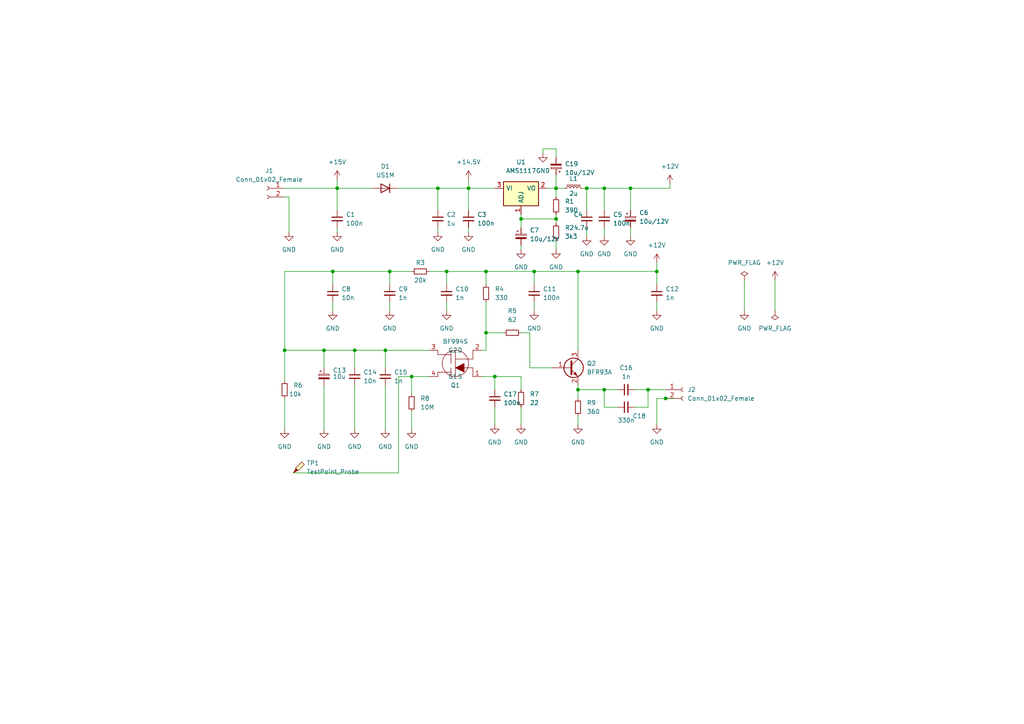
<source format=kicad_sch>
(kicad_sch
	(version 20250114)
	(generator "eeschema")
	(generator_version "9.0")
	(uuid "a9145d7f-2a40-495f-8298-abfb6f482c36")
	(paper "A4")
	(lib_symbols
		(symbol "Connector:Conn_01x02_Female"
			(pin_names
				(offset 1.016)
				(hide yes)
			)
			(exclude_from_sim no)
			(in_bom yes)
			(on_board yes)
			(property "Reference" "J"
				(at 0 2.54 0)
				(effects
					(font
						(size 1.27 1.27)
					)
				)
			)
			(property "Value" "Conn_01x02_Female"
				(at 0 -5.08 0)
				(effects
					(font
						(size 1.27 1.27)
					)
				)
			)
			(property "Footprint" ""
				(at 0 0 0)
				(effects
					(font
						(size 1.27 1.27)
					)
					(hide yes)
				)
			)
			(property "Datasheet" "~"
				(at 0 0 0)
				(effects
					(font
						(size 1.27 1.27)
					)
					(hide yes)
				)
			)
			(property "Description" "Generic connector, single row, 01x02, script generated (kicad-library-utils/schlib/autogen/connector/)"
				(at 0 0 0)
				(effects
					(font
						(size 1.27 1.27)
					)
					(hide yes)
				)
			)
			(property "ki_keywords" "connector"
				(at 0 0 0)
				(effects
					(font
						(size 1.27 1.27)
					)
					(hide yes)
				)
			)
			(property "ki_fp_filters" "Connector*:*_1x??_*"
				(at 0 0 0)
				(effects
					(font
						(size 1.27 1.27)
					)
					(hide yes)
				)
			)
			(symbol "Conn_01x02_Female_1_1"
				(polyline
					(pts
						(xy -1.27 0) (xy -0.508 0)
					)
					(stroke
						(width 0.1524)
						(type default)
					)
					(fill
						(type none)
					)
				)
				(polyline
					(pts
						(xy -1.27 -2.54) (xy -0.508 -2.54)
					)
					(stroke
						(width 0.1524)
						(type default)
					)
					(fill
						(type none)
					)
				)
				(arc
					(start 0 -0.508)
					(mid -0.5058 0)
					(end 0 0.508)
					(stroke
						(width 0.1524)
						(type default)
					)
					(fill
						(type none)
					)
				)
				(arc
					(start 0 -3.048)
					(mid -0.5058 -2.54)
					(end 0 -2.032)
					(stroke
						(width 0.1524)
						(type default)
					)
					(fill
						(type none)
					)
				)
				(pin passive line
					(at -5.08 0 0)
					(length 3.81)
					(name "Pin_1"
						(effects
							(font
								(size 1.27 1.27)
							)
						)
					)
					(number "1"
						(effects
							(font
								(size 1.27 1.27)
							)
						)
					)
				)
				(pin passive line
					(at -5.08 -2.54 0)
					(length 3.81)
					(name "Pin_2"
						(effects
							(font
								(size 1.27 1.27)
							)
						)
					)
					(number "2"
						(effects
							(font
								(size 1.27 1.27)
							)
						)
					)
				)
			)
			(embedded_fonts no)
		)
		(symbol "Connector:TestPoint_Probe"
			(pin_numbers
				(hide yes)
			)
			(pin_names
				(offset 0.762)
				(hide yes)
			)
			(exclude_from_sim no)
			(in_bom yes)
			(on_board yes)
			(property "Reference" "TP"
				(at 1.651 5.842 0)
				(effects
					(font
						(size 1.27 1.27)
					)
				)
			)
			(property "Value" "TestPoint_Probe"
				(at 1.651 4.064 0)
				(effects
					(font
						(size 1.27 1.27)
					)
				)
			)
			(property "Footprint" ""
				(at 5.08 0 0)
				(effects
					(font
						(size 1.27 1.27)
					)
					(hide yes)
				)
			)
			(property "Datasheet" "~"
				(at 5.08 0 0)
				(effects
					(font
						(size 1.27 1.27)
					)
					(hide yes)
				)
			)
			(property "Description" "test point (alternative probe-style design)"
				(at 0 0 0)
				(effects
					(font
						(size 1.27 1.27)
					)
					(hide yes)
				)
			)
			(property "ki_keywords" "test point tp"
				(at 0 0 0)
				(effects
					(font
						(size 1.27 1.27)
					)
					(hide yes)
				)
			)
			(property "ki_fp_filters" "Pin* Test*"
				(at 0 0 0)
				(effects
					(font
						(size 1.27 1.27)
					)
					(hide yes)
				)
			)
			(symbol "TestPoint_Probe_0_1"
				(polyline
					(pts
						(xy 1.27 0.762) (xy 0 0) (xy 0.762 1.27) (xy 1.27 0.762)
					)
					(stroke
						(width 0)
						(type default)
					)
					(fill
						(type outline)
					)
				)
				(polyline
					(pts
						(xy 1.397 0.635) (xy 0.635 1.397) (xy 2.413 3.175) (xy 3.175 2.413) (xy 1.397 0.635)
					)
					(stroke
						(width 0)
						(type default)
					)
					(fill
						(type background)
					)
				)
			)
			(symbol "TestPoint_Probe_1_1"
				(pin passive line
					(at 0 0 90)
					(length 0)
					(name "1"
						(effects
							(font
								(size 1.27 1.27)
							)
						)
					)
					(number "1"
						(effects
							(font
								(size 1.27 1.27)
							)
						)
					)
				)
			)
			(embedded_fonts no)
		)
		(symbol "Device:C_Polarized_Small"
			(pin_numbers
				(hide yes)
			)
			(pin_names
				(offset 0.254)
				(hide yes)
			)
			(exclude_from_sim no)
			(in_bom yes)
			(on_board yes)
			(property "Reference" "C"
				(at 0.254 1.778 0)
				(effects
					(font
						(size 1.27 1.27)
					)
					(justify left)
				)
			)
			(property "Value" "C_Polarized_Small"
				(at 0.254 -2.032 0)
				(effects
					(font
						(size 1.27 1.27)
					)
					(justify left)
				)
			)
			(property "Footprint" ""
				(at 0 0 0)
				(effects
					(font
						(size 1.27 1.27)
					)
					(hide yes)
				)
			)
			(property "Datasheet" "~"
				(at 0 0 0)
				(effects
					(font
						(size 1.27 1.27)
					)
					(hide yes)
				)
			)
			(property "Description" "Polarized capacitor, small symbol"
				(at 0 0 0)
				(effects
					(font
						(size 1.27 1.27)
					)
					(hide yes)
				)
			)
			(property "ki_keywords" "cap capacitor"
				(at 0 0 0)
				(effects
					(font
						(size 1.27 1.27)
					)
					(hide yes)
				)
			)
			(property "ki_fp_filters" "CP_*"
				(at 0 0 0)
				(effects
					(font
						(size 1.27 1.27)
					)
					(hide yes)
				)
			)
			(symbol "C_Polarized_Small_0_1"
				(rectangle
					(start -1.524 0.6858)
					(end 1.524 0.3048)
					(stroke
						(width 0)
						(type default)
					)
					(fill
						(type none)
					)
				)
				(rectangle
					(start -1.524 -0.3048)
					(end 1.524 -0.6858)
					(stroke
						(width 0)
						(type default)
					)
					(fill
						(type outline)
					)
				)
				(polyline
					(pts
						(xy -1.27 1.524) (xy -0.762 1.524)
					)
					(stroke
						(width 0)
						(type default)
					)
					(fill
						(type none)
					)
				)
				(polyline
					(pts
						(xy -1.016 1.27) (xy -1.016 1.778)
					)
					(stroke
						(width 0)
						(type default)
					)
					(fill
						(type none)
					)
				)
			)
			(symbol "C_Polarized_Small_1_1"
				(pin passive line
					(at 0 2.54 270)
					(length 1.8542)
					(name "~"
						(effects
							(font
								(size 1.27 1.27)
							)
						)
					)
					(number "1"
						(effects
							(font
								(size 1.27 1.27)
							)
						)
					)
				)
				(pin passive line
					(at 0 -2.54 90)
					(length 1.8542)
					(name "~"
						(effects
							(font
								(size 1.27 1.27)
							)
						)
					)
					(number "2"
						(effects
							(font
								(size 1.27 1.27)
							)
						)
					)
				)
			)
			(embedded_fonts no)
		)
		(symbol "Device:C_Small"
			(pin_numbers
				(hide yes)
			)
			(pin_names
				(offset 0.254)
				(hide yes)
			)
			(exclude_from_sim no)
			(in_bom yes)
			(on_board yes)
			(property "Reference" "C"
				(at 0.254 1.778 0)
				(effects
					(font
						(size 1.27 1.27)
					)
					(justify left)
				)
			)
			(property "Value" "C_Small"
				(at 0.254 -2.032 0)
				(effects
					(font
						(size 1.27 1.27)
					)
					(justify left)
				)
			)
			(property "Footprint" ""
				(at 0 0 0)
				(effects
					(font
						(size 1.27 1.27)
					)
					(hide yes)
				)
			)
			(property "Datasheet" "~"
				(at 0 0 0)
				(effects
					(font
						(size 1.27 1.27)
					)
					(hide yes)
				)
			)
			(property "Description" "Unpolarized capacitor, small symbol"
				(at 0 0 0)
				(effects
					(font
						(size 1.27 1.27)
					)
					(hide yes)
				)
			)
			(property "ki_keywords" "capacitor cap"
				(at 0 0 0)
				(effects
					(font
						(size 1.27 1.27)
					)
					(hide yes)
				)
			)
			(property "ki_fp_filters" "C_*"
				(at 0 0 0)
				(effects
					(font
						(size 1.27 1.27)
					)
					(hide yes)
				)
			)
			(symbol "C_Small_0_1"
				(polyline
					(pts
						(xy -1.524 0.508) (xy 1.524 0.508)
					)
					(stroke
						(width 0.3048)
						(type default)
					)
					(fill
						(type none)
					)
				)
				(polyline
					(pts
						(xy -1.524 -0.508) (xy 1.524 -0.508)
					)
					(stroke
						(width 0.3302)
						(type default)
					)
					(fill
						(type none)
					)
				)
			)
			(symbol "C_Small_1_1"
				(pin passive line
					(at 0 2.54 270)
					(length 2.032)
					(name "~"
						(effects
							(font
								(size 1.27 1.27)
							)
						)
					)
					(number "1"
						(effects
							(font
								(size 1.27 1.27)
							)
						)
					)
				)
				(pin passive line
					(at 0 -2.54 90)
					(length 2.032)
					(name "~"
						(effects
							(font
								(size 1.27 1.27)
							)
						)
					)
					(number "2"
						(effects
							(font
								(size 1.27 1.27)
							)
						)
					)
				)
			)
			(embedded_fonts no)
		)
		(symbol "Device:L_Ferrite_Small"
			(pin_numbers
				(hide yes)
			)
			(pin_names
				(offset 0.254)
				(hide yes)
			)
			(exclude_from_sim no)
			(in_bom yes)
			(on_board yes)
			(property "Reference" "L"
				(at 1.27 1.016 0)
				(effects
					(font
						(size 1.27 1.27)
					)
					(justify left)
				)
			)
			(property "Value" "L_Ferrite_Small"
				(at 1.27 -1.27 0)
				(effects
					(font
						(size 1.27 1.27)
					)
					(justify left)
				)
			)
			(property "Footprint" ""
				(at 0 0 0)
				(effects
					(font
						(size 1.27 1.27)
					)
					(hide yes)
				)
			)
			(property "Datasheet" "~"
				(at 0 0 0)
				(effects
					(font
						(size 1.27 1.27)
					)
					(hide yes)
				)
			)
			(property "Description" "Inductor with ferrite core, small symbol"
				(at 0 0 0)
				(effects
					(font
						(size 1.27 1.27)
					)
					(hide yes)
				)
			)
			(property "ki_keywords" "inductor choke coil reactor magnetic"
				(at 0 0 0)
				(effects
					(font
						(size 1.27 1.27)
					)
					(hide yes)
				)
			)
			(property "ki_fp_filters" "Choke_* *Coil* Inductor_* L_*"
				(at 0 0 0)
				(effects
					(font
						(size 1.27 1.27)
					)
					(hide yes)
				)
			)
			(symbol "L_Ferrite_Small_0_1"
				(arc
					(start 0 2.032)
					(mid 0.5058 1.524)
					(end 0 1.016)
					(stroke
						(width 0)
						(type default)
					)
					(fill
						(type none)
					)
				)
				(arc
					(start 0 1.016)
					(mid 0.5058 0.508)
					(end 0 0)
					(stroke
						(width 0)
						(type default)
					)
					(fill
						(type none)
					)
				)
				(arc
					(start 0 0)
					(mid 0.5058 -0.508)
					(end 0 -1.016)
					(stroke
						(width 0)
						(type default)
					)
					(fill
						(type none)
					)
				)
				(arc
					(start 0 -1.016)
					(mid 0.5058 -1.524)
					(end 0 -2.032)
					(stroke
						(width 0)
						(type default)
					)
					(fill
						(type none)
					)
				)
				(polyline
					(pts
						(xy 0.762 1.651) (xy 0.762 1.905)
					)
					(stroke
						(width 0)
						(type default)
					)
					(fill
						(type none)
					)
				)
				(polyline
					(pts
						(xy 0.762 1.143) (xy 0.762 1.397)
					)
					(stroke
						(width 0)
						(type default)
					)
					(fill
						(type none)
					)
				)
				(polyline
					(pts
						(xy 0.762 0.635) (xy 0.762 0.889)
					)
					(stroke
						(width 0)
						(type default)
					)
					(fill
						(type none)
					)
				)
				(polyline
					(pts
						(xy 0.762 0.127) (xy 0.762 0.381)
					)
					(stroke
						(width 0)
						(type default)
					)
					(fill
						(type none)
					)
				)
				(polyline
					(pts
						(xy 0.762 -0.381) (xy 0.762 -0.127)
					)
					(stroke
						(width 0)
						(type default)
					)
					(fill
						(type none)
					)
				)
				(polyline
					(pts
						(xy 0.762 -0.889) (xy 0.762 -0.635)
					)
					(stroke
						(width 0)
						(type default)
					)
					(fill
						(type none)
					)
				)
				(polyline
					(pts
						(xy 0.762 -1.397) (xy 0.762 -1.143)
					)
					(stroke
						(width 0)
						(type default)
					)
					(fill
						(type none)
					)
				)
				(polyline
					(pts
						(xy 0.762 -1.905) (xy 0.762 -1.651)
					)
					(stroke
						(width 0)
						(type default)
					)
					(fill
						(type none)
					)
				)
				(polyline
					(pts
						(xy 1.016 1.905) (xy 1.016 1.651)
					)
					(stroke
						(width 0)
						(type default)
					)
					(fill
						(type none)
					)
				)
				(polyline
					(pts
						(xy 1.016 1.397) (xy 1.016 1.143)
					)
					(stroke
						(width 0)
						(type default)
					)
					(fill
						(type none)
					)
				)
				(polyline
					(pts
						(xy 1.016 0.889) (xy 1.016 0.635)
					)
					(stroke
						(width 0)
						(type default)
					)
					(fill
						(type none)
					)
				)
				(polyline
					(pts
						(xy 1.016 0.381) (xy 1.016 0.127)
					)
					(stroke
						(width 0)
						(type default)
					)
					(fill
						(type none)
					)
				)
				(polyline
					(pts
						(xy 1.016 -0.127) (xy 1.016 -0.381)
					)
					(stroke
						(width 0)
						(type default)
					)
					(fill
						(type none)
					)
				)
				(polyline
					(pts
						(xy 1.016 -0.635) (xy 1.016 -0.889)
					)
					(stroke
						(width 0)
						(type default)
					)
					(fill
						(type none)
					)
				)
				(polyline
					(pts
						(xy 1.016 -1.143) (xy 1.016 -1.397)
					)
					(stroke
						(width 0)
						(type default)
					)
					(fill
						(type none)
					)
				)
				(polyline
					(pts
						(xy 1.016 -1.651) (xy 1.016 -1.905)
					)
					(stroke
						(width 0)
						(type default)
					)
					(fill
						(type none)
					)
				)
			)
			(symbol "L_Ferrite_Small_1_1"
				(pin passive line
					(at 0 2.54 270)
					(length 0.508)
					(name "~"
						(effects
							(font
								(size 1.27 1.27)
							)
						)
					)
					(number "1"
						(effects
							(font
								(size 1.27 1.27)
							)
						)
					)
				)
				(pin passive line
					(at 0 -2.54 90)
					(length 0.508)
					(name "~"
						(effects
							(font
								(size 1.27 1.27)
							)
						)
					)
					(number "2"
						(effects
							(font
								(size 1.27 1.27)
							)
						)
					)
				)
			)
			(embedded_fonts no)
		)
		(symbol "Device:R_Small"
			(pin_numbers
				(hide yes)
			)
			(pin_names
				(offset 0.254)
				(hide yes)
			)
			(exclude_from_sim no)
			(in_bom yes)
			(on_board yes)
			(property "Reference" "R"
				(at 0.762 0.508 0)
				(effects
					(font
						(size 1.27 1.27)
					)
					(justify left)
				)
			)
			(property "Value" "R_Small"
				(at 0.762 -1.016 0)
				(effects
					(font
						(size 1.27 1.27)
					)
					(justify left)
				)
			)
			(property "Footprint" ""
				(at 0 0 0)
				(effects
					(font
						(size 1.27 1.27)
					)
					(hide yes)
				)
			)
			(property "Datasheet" "~"
				(at 0 0 0)
				(effects
					(font
						(size 1.27 1.27)
					)
					(hide yes)
				)
			)
			(property "Description" "Resistor, small symbol"
				(at 0 0 0)
				(effects
					(font
						(size 1.27 1.27)
					)
					(hide yes)
				)
			)
			(property "ki_keywords" "R resistor"
				(at 0 0 0)
				(effects
					(font
						(size 1.27 1.27)
					)
					(hide yes)
				)
			)
			(property "ki_fp_filters" "R_*"
				(at 0 0 0)
				(effects
					(font
						(size 1.27 1.27)
					)
					(hide yes)
				)
			)
			(symbol "R_Small_0_1"
				(rectangle
					(start -0.762 1.778)
					(end 0.762 -1.778)
					(stroke
						(width 0.2032)
						(type default)
					)
					(fill
						(type none)
					)
				)
			)
			(symbol "R_Small_1_1"
				(pin passive line
					(at 0 2.54 270)
					(length 0.762)
					(name "~"
						(effects
							(font
								(size 1.27 1.27)
							)
						)
					)
					(number "1"
						(effects
							(font
								(size 1.27 1.27)
							)
						)
					)
				)
				(pin passive line
					(at 0 -2.54 90)
					(length 0.762)
					(name "~"
						(effects
							(font
								(size 1.27 1.27)
							)
						)
					)
					(number "2"
						(effects
							(font
								(size 1.27 1.27)
							)
						)
					)
				)
			)
			(embedded_fonts no)
		)
		(symbol "Diode:US1M"
			(pin_numbers
				(hide yes)
			)
			(pin_names
				(offset 1.016)
				(hide yes)
			)
			(exclude_from_sim no)
			(in_bom yes)
			(on_board yes)
			(property "Reference" "D"
				(at 0 2.54 0)
				(effects
					(font
						(size 1.27 1.27)
					)
				)
			)
			(property "Value" "US1M"
				(at 0 -2.54 0)
				(effects
					(font
						(size 1.27 1.27)
					)
				)
			)
			(property "Footprint" "Diode_SMD:D_SMA"
				(at 0 -4.445 0)
				(effects
					(font
						(size 1.27 1.27)
					)
					(hide yes)
				)
			)
			(property "Datasheet" "https://www.diodes.com/assets/Datasheets/ds16008.pdf"
				(at 0 0 0)
				(effects
					(font
						(size 1.27 1.27)
					)
					(hide yes)
				)
			)
			(property "Description" "1000V, 1A, General Purpose Rectifier Diode, SMA(DO-214AC)"
				(at 0 0 0)
				(effects
					(font
						(size 1.27 1.27)
					)
					(hide yes)
				)
			)
			(property "ki_keywords" "Ultra Fast"
				(at 0 0 0)
				(effects
					(font
						(size 1.27 1.27)
					)
					(hide yes)
				)
			)
			(property "ki_fp_filters" "D*SMA*"
				(at 0 0 0)
				(effects
					(font
						(size 1.27 1.27)
					)
					(hide yes)
				)
			)
			(symbol "US1M_0_1"
				(polyline
					(pts
						(xy -1.27 1.27) (xy -1.27 -1.27)
					)
					(stroke
						(width 0.254)
						(type default)
					)
					(fill
						(type none)
					)
				)
				(polyline
					(pts
						(xy 1.27 1.27) (xy 1.27 -1.27) (xy -1.27 0) (xy 1.27 1.27)
					)
					(stroke
						(width 0.254)
						(type default)
					)
					(fill
						(type none)
					)
				)
				(polyline
					(pts
						(xy 1.27 0) (xy -1.27 0)
					)
					(stroke
						(width 0)
						(type default)
					)
					(fill
						(type none)
					)
				)
			)
			(symbol "US1M_1_1"
				(pin passive line
					(at -3.81 0 0)
					(length 2.54)
					(name "K"
						(effects
							(font
								(size 1.27 1.27)
							)
						)
					)
					(number "1"
						(effects
							(font
								(size 1.27 1.27)
							)
						)
					)
				)
				(pin passive line
					(at 3.81 0 180)
					(length 2.54)
					(name "A"
						(effects
							(font
								(size 1.27 1.27)
							)
						)
					)
					(number "2"
						(effects
							(font
								(size 1.27 1.27)
							)
						)
					)
				)
			)
			(embedded_fonts no)
		)
		(symbol "Regulator_Linear:AMS1117"
			(pin_names
				(offset 0.762)
			)
			(exclude_from_sim no)
			(in_bom yes)
			(on_board yes)
			(property "Reference" "U"
				(at -3.81 3.175 0)
				(effects
					(font
						(size 1.27 1.27)
					)
				)
			)
			(property "Value" "AMS1117"
				(at 0 3.175 0)
				(effects
					(font
						(size 1.27 1.27)
					)
					(justify left)
				)
			)
			(property "Footprint" "Package_TO_SOT_SMD:SOT-223-3_TabPin2"
				(at 0 5.08 0)
				(effects
					(font
						(size 1.27 1.27)
					)
					(hide yes)
				)
			)
			(property "Datasheet" "http://www.advanced-monolithic.com/pdf/ds1117.pdf"
				(at 2.54 -6.35 0)
				(effects
					(font
						(size 1.27 1.27)
					)
					(hide yes)
				)
			)
			(property "Description" "1A Low Dropout regulator, positive, adjustable output, SOT-223"
				(at 0 0 0)
				(effects
					(font
						(size 1.27 1.27)
					)
					(hide yes)
				)
			)
			(property "ki_keywords" "linear regulator ldo adjustable positive"
				(at 0 0 0)
				(effects
					(font
						(size 1.27 1.27)
					)
					(hide yes)
				)
			)
			(property "ki_fp_filters" "SOT?223*TabPin2*"
				(at 0 0 0)
				(effects
					(font
						(size 1.27 1.27)
					)
					(hide yes)
				)
			)
			(symbol "AMS1117_0_1"
				(rectangle
					(start -5.08 -5.08)
					(end 5.08 1.905)
					(stroke
						(width 0.254)
						(type default)
					)
					(fill
						(type background)
					)
				)
			)
			(symbol "AMS1117_1_1"
				(pin power_in line
					(at -7.62 0 0)
					(length 2.54)
					(name "VI"
						(effects
							(font
								(size 1.27 1.27)
							)
						)
					)
					(number "3"
						(effects
							(font
								(size 1.27 1.27)
							)
						)
					)
				)
				(pin input line
					(at 0 -7.62 90)
					(length 2.54)
					(name "ADJ"
						(effects
							(font
								(size 1.27 1.27)
							)
						)
					)
					(number "1"
						(effects
							(font
								(size 1.27 1.27)
							)
						)
					)
				)
				(pin power_out line
					(at 7.62 0 180)
					(length 2.54)
					(name "VO"
						(effects
							(font
								(size 1.27 1.27)
							)
						)
					)
					(number "2"
						(effects
							(font
								(size 1.27 1.27)
							)
						)
					)
				)
			)
			(embedded_fonts no)
		)
		(symbol "Transistor_BJT:BFR92"
			(pin_names
				(offset 0)
				(hide yes)
			)
			(exclude_from_sim no)
			(in_bom yes)
			(on_board yes)
			(property "Reference" "Q"
				(at 5.08 1.905 0)
				(effects
					(font
						(size 1.27 1.27)
					)
					(justify left)
				)
			)
			(property "Value" "BFR92"
				(at 5.08 0 0)
				(effects
					(font
						(size 1.27 1.27)
					)
					(justify left)
				)
			)
			(property "Footprint" "Package_TO_SOT_SMD:SOT-323_SC-70"
				(at 5.08 -1.905 0)
				(effects
					(font
						(size 1.27 1.27)
						(italic yes)
					)
					(justify left)
					(hide yes)
				)
			)
			(property "Datasheet" "https://assets.nexperia.com/documents/data-sheet/BFR92A_N.pdf"
				(at 0 0 0)
				(effects
					(font
						(size 1.27 1.27)
					)
					(justify left)
					(hide yes)
				)
			)
			(property "Description" "0.025A Ic, 15V Vce, 5GHz Wideband NPN Transistor, SOT-323"
				(at 0 0 0)
				(effects
					(font
						(size 1.27 1.27)
					)
					(hide yes)
				)
			)
			(property "ki_keywords" "RF 5GHz NPN Transistor"
				(at 0 0 0)
				(effects
					(font
						(size 1.27 1.27)
					)
					(hide yes)
				)
			)
			(property "ki_fp_filters" "SOT?323*"
				(at 0 0 0)
				(effects
					(font
						(size 1.27 1.27)
					)
					(hide yes)
				)
			)
			(symbol "BFR92_0_1"
				(polyline
					(pts
						(xy 0 0) (xy 0.635 0)
					)
					(stroke
						(width 0)
						(type default)
					)
					(fill
						(type none)
					)
				)
				(polyline
					(pts
						(xy 0.635 1.905) (xy 0.635 0) (xy 0.635 -1.905) (xy 0.635 -1.905)
					)
					(stroke
						(width 0.508)
						(type default)
					)
					(fill
						(type none)
					)
				)
				(polyline
					(pts
						(xy 0.635 0.635) (xy 2.54 2.54)
					)
					(stroke
						(width 0)
						(type default)
					)
					(fill
						(type none)
					)
				)
				(circle
					(center 1.27 0)
					(radius 2.8194)
					(stroke
						(width 0.254)
						(type default)
					)
					(fill
						(type none)
					)
				)
				(polyline
					(pts
						(xy 2.286 -2.286) (xy 1.778 -1.27) (xy 1.27 -1.778) (xy 2.286 -2.286) (xy 2.286 -2.286)
					)
					(stroke
						(width 0)
						(type default)
					)
					(fill
						(type outline)
					)
				)
				(polyline
					(pts
						(xy 2.54 -2.54) (xy 0.635 -0.635)
					)
					(stroke
						(width 0)
						(type default)
					)
					(fill
						(type none)
					)
				)
			)
			(symbol "BFR92_1_1"
				(pin input line
					(at -5.08 0 0)
					(length 5.08)
					(name "B"
						(effects
							(font
								(size 1.27 1.27)
							)
						)
					)
					(number "1"
						(effects
							(font
								(size 1.27 1.27)
							)
						)
					)
				)
				(pin passive line
					(at 2.54 5.08 270)
					(length 2.54)
					(name "C"
						(effects
							(font
								(size 1.27 1.27)
							)
						)
					)
					(number "3"
						(effects
							(font
								(size 1.27 1.27)
							)
						)
					)
				)
				(pin passive line
					(at 2.54 -5.08 90)
					(length 2.54)
					(name "E"
						(effects
							(font
								(size 1.27 1.27)
							)
						)
					)
					(number "2"
						(effects
							(font
								(size 1.27 1.27)
							)
						)
					)
				)
			)
			(embedded_fonts no)
		)
		(symbol "Tranzystory w.cz.:BF994S"
			(pin_names
				(offset 3)
			)
			(exclude_from_sim no)
			(in_bom yes)
			(on_board yes)
			(property "Reference" "Q"
				(at 0 -6.35 0)
				(effects
					(font
						(size 1.27 1.27)
					)
				)
			)
			(property "Value" "BF994S"
				(at -1.27 7.62 0)
				(effects
					(font
						(size 1.27 1.27)
					)
				)
			)
			(property "Footprint" ""
				(at 0 0 0)
				(effects
					(font
						(size 1.27 1.27)
					)
					(hide yes)
				)
			)
			(property "Datasheet" ""
				(at 0 0 0)
				(effects
					(font
						(size 1.27 1.27)
					)
					(hide yes)
				)
			)
			(property "Description" ""
				(at 0 0 0)
				(effects
					(font
						(size 1.27 1.27)
					)
					(hide yes)
				)
			)
			(symbol "BF994S_0_1"
				(polyline
					(pts
						(xy -5.08 3.81) (xy -5.08 2.54) (xy -1.27 2.54)
					)
					(stroke
						(width 0)
						(type default)
					)
					(fill
						(type none)
					)
				)
				(polyline
					(pts
						(xy -5.08 -3.81) (xy -5.08 -2.54) (xy -1.27 -2.54)
					)
					(stroke
						(width 0)
						(type default)
					)
					(fill
						(type none)
					)
				)
				(polyline
					(pts
						(xy -1.27 3.81) (xy -1.27 1.27)
					)
					(stroke
						(width 0)
						(type default)
					)
					(fill
						(type none)
					)
				)
				(polyline
					(pts
						(xy -1.27 0) (xy -1.27 1.27)
					)
					(stroke
						(width 0)
						(type default)
					)
					(fill
						(type none)
					)
				)
				(polyline
					(pts
						(xy -1.27 -1.27) (xy -1.27 -3.81)
					)
					(stroke
						(width 0)
						(type default)
					)
					(fill
						(type none)
					)
				)
				(polyline
					(pts
						(xy 0 3.81) (xy 0 -3.81)
					)
					(stroke
						(width 0)
						(type default)
					)
					(fill
						(type none)
					)
				)
				(polyline
					(pts
						(xy 0 1.27) (xy 5.08 1.27) (xy 5.08 3.81) (xy 5.08 3.81)
					)
					(stroke
						(width 0)
						(type default)
					)
					(fill
						(type none)
					)
				)
				(circle
					(center 0 0)
					(radius 3.81)
					(stroke
						(width 0)
						(type default)
					)
					(fill
						(type none)
					)
				)
				(polyline
					(pts
						(xy 0 -1.27) (xy 2.54 0) (xy 2.54 -2.54) (xy 0 -1.27)
					)
					(stroke
						(width 0)
						(type default)
					)
					(fill
						(type outline)
					)
				)
				(polyline
					(pts
						(xy 2.54 -1.27) (xy 5.08 -1.27) (xy 5.08 -3.81) (xy 5.08 -3.81)
					)
					(stroke
						(width 0)
						(type default)
					)
					(fill
						(type none)
					)
				)
			)
			(symbol "BF994S_1_1"
				(pin input line
					(at -7.62 3.81 0)
					(length 2.54)
					(name "G2"
						(effects
							(font
								(size 1.27 1.27)
							)
						)
					)
					(number "3"
						(effects
							(font
								(size 1.27 1.27)
							)
						)
					)
				)
				(pin input line
					(at -7.62 -3.81 0)
					(length 2.54)
					(name "G1"
						(effects
							(font
								(size 1.27 1.27)
							)
						)
					)
					(number "4"
						(effects
							(font
								(size 1.27 1.27)
							)
						)
					)
				)
				(pin input line
					(at 7.62 3.81 180)
					(length 2.54)
					(name "D"
						(effects
							(font
								(size 1.27 1.27)
							)
						)
					)
					(number "2"
						(effects
							(font
								(size 1.27 1.27)
							)
						)
					)
				)
				(pin input line
					(at 7.62 -3.81 180)
					(length 2.54)
					(name "S"
						(effects
							(font
								(size 1.27 1.27)
							)
						)
					)
					(number "1"
						(effects
							(font
								(size 1.27 1.27)
							)
						)
					)
				)
			)
			(embedded_fonts no)
		)
		(symbol "power:+10V"
			(power)
			(pin_names
				(offset 0)
			)
			(exclude_from_sim no)
			(in_bom yes)
			(on_board yes)
			(property "Reference" "#PWR"
				(at 0 -3.81 0)
				(effects
					(font
						(size 1.27 1.27)
					)
					(hide yes)
				)
			)
			(property "Value" "+10V"
				(at 0 3.556 0)
				(effects
					(font
						(size 1.27 1.27)
					)
				)
			)
			(property "Footprint" ""
				(at 0 0 0)
				(effects
					(font
						(size 1.27 1.27)
					)
					(hide yes)
				)
			)
			(property "Datasheet" ""
				(at 0 0 0)
				(effects
					(font
						(size 1.27 1.27)
					)
					(hide yes)
				)
			)
			(property "Description" "Power symbol creates a global label with name \"+10V\""
				(at 0 0 0)
				(effects
					(font
						(size 1.27 1.27)
					)
					(hide yes)
				)
			)
			(property "ki_keywords" "power-flag"
				(at 0 0 0)
				(effects
					(font
						(size 1.27 1.27)
					)
					(hide yes)
				)
			)
			(symbol "+10V_0_1"
				(polyline
					(pts
						(xy -0.762 1.27) (xy 0 2.54)
					)
					(stroke
						(width 0)
						(type default)
					)
					(fill
						(type none)
					)
				)
				(polyline
					(pts
						(xy 0 2.54) (xy 0.762 1.27)
					)
					(stroke
						(width 0)
						(type default)
					)
					(fill
						(type none)
					)
				)
				(polyline
					(pts
						(xy 0 0) (xy 0 2.54)
					)
					(stroke
						(width 0)
						(type default)
					)
					(fill
						(type none)
					)
				)
			)
			(symbol "+10V_1_1"
				(pin power_in line
					(at 0 0 90)
					(length 0)
					(hide yes)
					(name "+10V"
						(effects
							(font
								(size 1.27 1.27)
							)
						)
					)
					(number "1"
						(effects
							(font
								(size 1.27 1.27)
							)
						)
					)
				)
			)
			(embedded_fonts no)
		)
		(symbol "power:+12V"
			(power)
			(pin_names
				(offset 0)
			)
			(exclude_from_sim no)
			(in_bom yes)
			(on_board yes)
			(property "Reference" "#PWR"
				(at 0 -3.81 0)
				(effects
					(font
						(size 1.27 1.27)
					)
					(hide yes)
				)
			)
			(property "Value" "+12V"
				(at 0 3.556 0)
				(effects
					(font
						(size 1.27 1.27)
					)
				)
			)
			(property "Footprint" ""
				(at 0 0 0)
				(effects
					(font
						(size 1.27 1.27)
					)
					(hide yes)
				)
			)
			(property "Datasheet" ""
				(at 0 0 0)
				(effects
					(font
						(size 1.27 1.27)
					)
					(hide yes)
				)
			)
			(property "Description" "Power symbol creates a global label with name \"+12V\""
				(at 0 0 0)
				(effects
					(font
						(size 1.27 1.27)
					)
					(hide yes)
				)
			)
			(property "ki_keywords" "power-flag"
				(at 0 0 0)
				(effects
					(font
						(size 1.27 1.27)
					)
					(hide yes)
				)
			)
			(symbol "+12V_0_1"
				(polyline
					(pts
						(xy -0.762 1.27) (xy 0 2.54)
					)
					(stroke
						(width 0)
						(type default)
					)
					(fill
						(type none)
					)
				)
				(polyline
					(pts
						(xy 0 2.54) (xy 0.762 1.27)
					)
					(stroke
						(width 0)
						(type default)
					)
					(fill
						(type none)
					)
				)
				(polyline
					(pts
						(xy 0 0) (xy 0 2.54)
					)
					(stroke
						(width 0)
						(type default)
					)
					(fill
						(type none)
					)
				)
			)
			(symbol "+12V_1_1"
				(pin power_in line
					(at 0 0 90)
					(length 0)
					(hide yes)
					(name "+12V"
						(effects
							(font
								(size 1.27 1.27)
							)
						)
					)
					(number "1"
						(effects
							(font
								(size 1.27 1.27)
							)
						)
					)
				)
			)
			(embedded_fonts no)
		)
		(symbol "power:+8V"
			(power)
			(pin_names
				(offset 0)
			)
			(exclude_from_sim no)
			(in_bom yes)
			(on_board yes)
			(property "Reference" "#PWR"
				(at 0 -3.81 0)
				(effects
					(font
						(size 1.27 1.27)
					)
					(hide yes)
				)
			)
			(property "Value" "+8V"
				(at 0 3.556 0)
				(effects
					(font
						(size 1.27 1.27)
					)
				)
			)
			(property "Footprint" ""
				(at 0 0 0)
				(effects
					(font
						(size 1.27 1.27)
					)
					(hide yes)
				)
			)
			(property "Datasheet" ""
				(at 0 0 0)
				(effects
					(font
						(size 1.27 1.27)
					)
					(hide yes)
				)
			)
			(property "Description" "Power symbol creates a global label with name \"+8V\""
				(at 0 0 0)
				(effects
					(font
						(size 1.27 1.27)
					)
					(hide yes)
				)
			)
			(property "ki_keywords" "power-flag"
				(at 0 0 0)
				(effects
					(font
						(size 1.27 1.27)
					)
					(hide yes)
				)
			)
			(symbol "+8V_0_1"
				(polyline
					(pts
						(xy -0.762 1.27) (xy 0 2.54)
					)
					(stroke
						(width 0)
						(type default)
					)
					(fill
						(type none)
					)
				)
				(polyline
					(pts
						(xy 0 2.54) (xy 0.762 1.27)
					)
					(stroke
						(width 0)
						(type default)
					)
					(fill
						(type none)
					)
				)
				(polyline
					(pts
						(xy 0 0) (xy 0 2.54)
					)
					(stroke
						(width 0)
						(type default)
					)
					(fill
						(type none)
					)
				)
			)
			(symbol "+8V_1_1"
				(pin power_in line
					(at 0 0 90)
					(length 0)
					(hide yes)
					(name "+8V"
						(effects
							(font
								(size 1.27 1.27)
							)
						)
					)
					(number "1"
						(effects
							(font
								(size 1.27 1.27)
							)
						)
					)
				)
			)
			(embedded_fonts no)
		)
		(symbol "power:GND"
			(power)
			(pin_names
				(offset 0)
			)
			(exclude_from_sim no)
			(in_bom yes)
			(on_board yes)
			(property "Reference" "#PWR"
				(at 0 -6.35 0)
				(effects
					(font
						(size 1.27 1.27)
					)
					(hide yes)
				)
			)
			(property "Value" "GND"
				(at 0 -3.81 0)
				(effects
					(font
						(size 1.27 1.27)
					)
				)
			)
			(property "Footprint" ""
				(at 0 0 0)
				(effects
					(font
						(size 1.27 1.27)
					)
					(hide yes)
				)
			)
			(property "Datasheet" ""
				(at 0 0 0)
				(effects
					(font
						(size 1.27 1.27)
					)
					(hide yes)
				)
			)
			(property "Description" "Power symbol creates a global label with name \"GND\" , ground"
				(at 0 0 0)
				(effects
					(font
						(size 1.27 1.27)
					)
					(hide yes)
				)
			)
			(property "ki_keywords" "power-flag"
				(at 0 0 0)
				(effects
					(font
						(size 1.27 1.27)
					)
					(hide yes)
				)
			)
			(symbol "GND_0_1"
				(polyline
					(pts
						(xy 0 0) (xy 0 -1.27) (xy 1.27 -1.27) (xy 0 -2.54) (xy -1.27 -1.27) (xy 0 -1.27)
					)
					(stroke
						(width 0)
						(type default)
					)
					(fill
						(type none)
					)
				)
			)
			(symbol "GND_1_1"
				(pin power_in line
					(at 0 0 270)
					(length 0)
					(hide yes)
					(name "GND"
						(effects
							(font
								(size 1.27 1.27)
							)
						)
					)
					(number "1"
						(effects
							(font
								(size 1.27 1.27)
							)
						)
					)
				)
			)
			(embedded_fonts no)
		)
		(symbol "power:PWR_FLAG"
			(power)
			(pin_numbers
				(hide yes)
			)
			(pin_names
				(offset 0)
				(hide yes)
			)
			(exclude_from_sim no)
			(in_bom yes)
			(on_board yes)
			(property "Reference" "#FLG"
				(at 0 1.905 0)
				(effects
					(font
						(size 1.27 1.27)
					)
					(hide yes)
				)
			)
			(property "Value" "PWR_FLAG"
				(at 0 3.81 0)
				(effects
					(font
						(size 1.27 1.27)
					)
				)
			)
			(property "Footprint" ""
				(at 0 0 0)
				(effects
					(font
						(size 1.27 1.27)
					)
					(hide yes)
				)
			)
			(property "Datasheet" "~"
				(at 0 0 0)
				(effects
					(font
						(size 1.27 1.27)
					)
					(hide yes)
				)
			)
			(property "Description" "Special symbol for telling ERC where power comes from"
				(at 0 0 0)
				(effects
					(font
						(size 1.27 1.27)
					)
					(hide yes)
				)
			)
			(property "ki_keywords" "power-flag"
				(at 0 0 0)
				(effects
					(font
						(size 1.27 1.27)
					)
					(hide yes)
				)
			)
			(symbol "PWR_FLAG_0_0"
				(pin power_out line
					(at 0 0 90)
					(length 0)
					(name "pwr"
						(effects
							(font
								(size 1.27 1.27)
							)
						)
					)
					(number "1"
						(effects
							(font
								(size 1.27 1.27)
							)
						)
					)
				)
			)
			(symbol "PWR_FLAG_0_1"
				(polyline
					(pts
						(xy 0 0) (xy 0 1.27) (xy -1.016 1.905) (xy 0 2.54) (xy 1.016 1.905) (xy 0 1.27)
					)
					(stroke
						(width 0)
						(type default)
					)
					(fill
						(type none)
					)
				)
			)
			(embedded_fonts no)
		)
	)
	(junction
		(at 154.94 78.74)
		(diameter 0)
		(color 0 0 0 0)
		(uuid "0055f8b6-5788-4b73-b9f1-df9c06fbc62d")
	)
	(junction
		(at 127 54.61)
		(diameter 0)
		(color 0 0 0 0)
		(uuid "1c88d796-8c89-447a-a7de-6c82addc42e2")
	)
	(junction
		(at 135.89 54.61)
		(diameter 0)
		(color 0 0 0 0)
		(uuid "1cdaae6b-1728-4720-a3a3-73037388657f")
	)
	(junction
		(at 140.97 78.74)
		(diameter 0)
		(color 0 0 0 0)
		(uuid "338b9798-0599-424d-94bc-02a624171f09")
	)
	(junction
		(at 167.64 78.74)
		(diameter 0)
		(color 0 0 0 0)
		(uuid "3e5793a9-a53c-4bcb-8f9b-04c01d6ece6c")
	)
	(junction
		(at 170.18 54.61)
		(diameter 0)
		(color 0 0 0 0)
		(uuid "5990241f-f910-4b22-a0cf-c9f07c502478")
	)
	(junction
		(at 193.04 115.57)
		(diameter 0)
		(color 0 0 0 0)
		(uuid "5d9be6bf-f43a-4ed8-92ef-3d8ed8dfb032")
	)
	(junction
		(at 161.29 54.61)
		(diameter 0)
		(color 0 0 0 0)
		(uuid "60366692-213a-4aa1-8e9b-0e32804bc7c7")
	)
	(junction
		(at 175.26 113.03)
		(diameter 0)
		(color 0 0 0 0)
		(uuid "7046cd19-f5a8-419c-a52d-fef736552b2a")
	)
	(junction
		(at 140.97 96.52)
		(diameter 0)
		(color 0 0 0 0)
		(uuid "75e1c130-29ce-45ff-9610-cebba77dfd2c")
	)
	(junction
		(at 143.51 109.22)
		(diameter 0)
		(color 0 0 0 0)
		(uuid "8066c007-f844-4884-bba9-209d0349aec1")
	)
	(junction
		(at 187.96 113.03)
		(diameter 0)
		(color 0 0 0 0)
		(uuid "95404c7f-b219-4c14-b7d8-6ab8119deef1")
	)
	(junction
		(at 96.52 78.74)
		(diameter 0)
		(color 0 0 0 0)
		(uuid "966ee2a7-d8ed-48ad-8d7b-2fd31b76b586")
	)
	(junction
		(at 102.87 101.6)
		(diameter 0)
		(color 0 0 0 0)
		(uuid "a2cbceea-b71e-4804-8e84-23c20ff87ce2")
	)
	(junction
		(at 111.76 101.6)
		(diameter 0)
		(color 0 0 0 0)
		(uuid "b3370983-46e7-479c-97a9-03aca6717eed")
	)
	(junction
		(at 129.54 78.74)
		(diameter 0)
		(color 0 0 0 0)
		(uuid "b6a4841b-1ad6-418e-a1f3-94f2dd91edf7")
	)
	(junction
		(at 82.55 101.6)
		(diameter 0)
		(color 0 0 0 0)
		(uuid "b6a506b7-045e-44e9-8d87-c4d629b3646e")
	)
	(junction
		(at 167.64 113.03)
		(diameter 0)
		(color 0 0 0 0)
		(uuid "b7e80981-cfc3-4a0f-afa6-1fab0575fa02")
	)
	(junction
		(at 175.26 54.61)
		(diameter 0)
		(color 0 0 0 0)
		(uuid "bb6bd9db-84c2-4c7a-9970-e32876ee671f")
	)
	(junction
		(at 190.5 78.74)
		(diameter 0)
		(color 0 0 0 0)
		(uuid "bb82987f-09f3-4e09-a36e-e2181efa2733")
	)
	(junction
		(at 161.29 63.5)
		(diameter 0)
		(color 0 0 0 0)
		(uuid "bfdd5cb4-beda-4baf-a639-3ae8d015f70d")
	)
	(junction
		(at 151.13 63.5)
		(diameter 0)
		(color 0 0 0 0)
		(uuid "c94eb33d-4ac8-4d7b-84cf-51ef88b2bbfa")
	)
	(junction
		(at 119.38 109.22)
		(diameter 0)
		(color 0 0 0 0)
		(uuid "d5d6a650-aa9f-4ab9-a6cf-452b8eb335f4")
	)
	(junction
		(at 97.79 54.61)
		(diameter 0)
		(color 0 0 0 0)
		(uuid "d854a42b-5697-4ace-9a3f-66fceb157c59")
	)
	(junction
		(at 93.98 101.6)
		(diameter 0)
		(color 0 0 0 0)
		(uuid "dcefa6af-11e7-4444-94fa-0f07ae1e266f")
	)
	(junction
		(at 182.88 54.61)
		(diameter 0)
		(color 0 0 0 0)
		(uuid "fae636d2-a346-438c-82ab-cba55327f9b4")
	)
	(junction
		(at 113.03 78.74)
		(diameter 0)
		(color 0 0 0 0)
		(uuid "fde90c66-415f-4d50-9cf7-2091812dab0e")
	)
	(wire
		(pts
			(xy 184.15 118.11) (xy 187.96 118.11)
		)
		(stroke
			(width 0)
			(type default)
		)
		(uuid "00c76173-f8c6-444c-876f-7213baee906e")
	)
	(wire
		(pts
			(xy 113.03 78.74) (xy 119.38 78.74)
		)
		(stroke
			(width 0)
			(type default)
		)
		(uuid "00d70961-3f11-4fe8-bcbd-7ea37aee6ea1")
	)
	(wire
		(pts
			(xy 140.97 78.74) (xy 140.97 82.55)
		)
		(stroke
			(width 0)
			(type default)
		)
		(uuid "03ea6754-dfe7-4daa-9495-c1f2f1da3c52")
	)
	(wire
		(pts
			(xy 175.26 54.61) (xy 175.26 60.96)
		)
		(stroke
			(width 0)
			(type default)
		)
		(uuid "063460e3-1644-45ce-a6f0-55045e6dafea")
	)
	(wire
		(pts
			(xy 161.29 54.61) (xy 161.29 57.15)
		)
		(stroke
			(width 0)
			(type default)
		)
		(uuid "0d2fa003-7669-485f-99a2-fcdc3e0304fa")
	)
	(wire
		(pts
			(xy 96.52 82.55) (xy 96.52 78.74)
		)
		(stroke
			(width 0)
			(type default)
		)
		(uuid "11d261df-d77e-4219-b3b6-1906c82fb34d")
	)
	(wire
		(pts
			(xy 129.54 78.74) (xy 129.54 82.55)
		)
		(stroke
			(width 0)
			(type default)
		)
		(uuid "1836f0f0-aeb4-453a-b250-2c93917a85ce")
	)
	(wire
		(pts
			(xy 82.55 54.61) (xy 97.79 54.61)
		)
		(stroke
			(width 0)
			(type default)
		)
		(uuid "18666291-a99c-4b27-a10c-0584d499b162")
	)
	(wire
		(pts
			(xy 111.76 111.76) (xy 111.76 124.46)
		)
		(stroke
			(width 0)
			(type default)
		)
		(uuid "19ce2daf-51ae-4d0e-9fb1-dace76ca3fba")
	)
	(wire
		(pts
			(xy 151.13 63.5) (xy 151.13 66.04)
		)
		(stroke
			(width 0)
			(type default)
		)
		(uuid "1bb2800a-9139-418c-bfa4-def149f24cfe")
	)
	(wire
		(pts
			(xy 153.67 96.52) (xy 153.67 106.68)
		)
		(stroke
			(width 0)
			(type default)
		)
		(uuid "214b4e99-9cf6-4a88-a4d2-bf4a21e877ff")
	)
	(wire
		(pts
			(xy 151.13 96.52) (xy 153.67 96.52)
		)
		(stroke
			(width 0)
			(type default)
		)
		(uuid "220f218f-91ab-45cf-ba05-35f4ef0eee82")
	)
	(wire
		(pts
			(xy 135.89 52.07) (xy 135.89 54.61)
		)
		(stroke
			(width 0)
			(type default)
		)
		(uuid "2265a94b-ea37-418e-a573-0f2ad8c14935")
	)
	(wire
		(pts
			(xy 157.48 43.18) (xy 161.29 43.18)
		)
		(stroke
			(width 0)
			(type default)
		)
		(uuid "28afa6e3-911a-4412-a59c-28c8f65054c5")
	)
	(wire
		(pts
			(xy 113.03 87.63) (xy 113.03 90.17)
		)
		(stroke
			(width 0)
			(type default)
		)
		(uuid "2cd6d8e6-1d21-4670-89f2-55a5a2c61d19")
	)
	(wire
		(pts
			(xy 190.5 115.57) (xy 190.5 123.19)
		)
		(stroke
			(width 0)
			(type default)
		)
		(uuid "327e6e52-bae1-4772-bb8c-12bb17e71171")
	)
	(wire
		(pts
			(xy 102.87 101.6) (xy 93.98 101.6)
		)
		(stroke
			(width 0)
			(type default)
		)
		(uuid "35833535-eed1-4042-93b3-65fa0a42e1f3")
	)
	(wire
		(pts
			(xy 167.64 111.76) (xy 167.64 113.03)
		)
		(stroke
			(width 0)
			(type default)
		)
		(uuid "412e81f8-058d-4060-af33-03fc7a8f5248")
	)
	(wire
		(pts
			(xy 119.38 109.22) (xy 124.46 109.22)
		)
		(stroke
			(width 0)
			(type default)
		)
		(uuid "41cece64-2900-4101-9f83-00cd244be551")
	)
	(wire
		(pts
			(xy 140.97 96.52) (xy 140.97 101.6)
		)
		(stroke
			(width 0)
			(type default)
		)
		(uuid "43ce2dc1-a3ce-404c-a957-1a67da9a918a")
	)
	(wire
		(pts
			(xy 135.89 66.04) (xy 135.89 67.31)
		)
		(stroke
			(width 0)
			(type default)
		)
		(uuid "443a2633-184c-48ea-b3b1-47a568e4067b")
	)
	(wire
		(pts
			(xy 167.64 120.65) (xy 167.64 123.19)
		)
		(stroke
			(width 0)
			(type default)
		)
		(uuid "44d3a045-7214-44fd-aa38-59a2718d6925")
	)
	(wire
		(pts
			(xy 190.5 87.63) (xy 190.5 90.17)
		)
		(stroke
			(width 0)
			(type default)
		)
		(uuid "4519e43e-2252-4fc4-812f-ed0d450b5150")
	)
	(wire
		(pts
			(xy 151.13 62.23) (xy 151.13 63.5)
		)
		(stroke
			(width 0)
			(type default)
		)
		(uuid "455ccd55-7fbc-479d-8d35-688bb98ebb20")
	)
	(wire
		(pts
			(xy 154.94 78.74) (xy 167.64 78.74)
		)
		(stroke
			(width 0)
			(type default)
		)
		(uuid "4a6f0751-81e6-473c-b0e6-db30254c8ef5")
	)
	(wire
		(pts
			(xy 193.04 115.57) (xy 190.5 115.57)
		)
		(stroke
			(width 0)
			(type default)
		)
		(uuid "4b59ff9b-a775-4f67-bc05-b31ec229c1bb")
	)
	(wire
		(pts
			(xy 140.97 101.6) (xy 139.7 101.6)
		)
		(stroke
			(width 0)
			(type default)
		)
		(uuid "4ee06c4c-8d5c-45f4-a9ba-c813058bd365")
	)
	(wire
		(pts
			(xy 102.87 111.76) (xy 102.87 124.46)
		)
		(stroke
			(width 0)
			(type default)
		)
		(uuid "5134996c-0094-4fa5-a683-ce621a9e5667")
	)
	(wire
		(pts
			(xy 82.55 115.57) (xy 82.55 124.46)
		)
		(stroke
			(width 0)
			(type default)
		)
		(uuid "5501f2e3-1839-4184-b845-97c17e97ea76")
	)
	(wire
		(pts
			(xy 215.9 81.28) (xy 215.9 90.17)
		)
		(stroke
			(width 0)
			(type default)
		)
		(uuid "55ff97ea-13f2-46aa-b279-2af7ee0abf80")
	)
	(wire
		(pts
			(xy 82.55 110.49) (xy 82.55 101.6)
		)
		(stroke
			(width 0)
			(type default)
		)
		(uuid "56f9239b-b57c-4fe7-bf13-826615320506")
	)
	(wire
		(pts
			(xy 161.29 63.5) (xy 161.29 64.77)
		)
		(stroke
			(width 0)
			(type default)
		)
		(uuid "59730f61-ce10-4b1a-9259-7156836d0ae9")
	)
	(wire
		(pts
			(xy 93.98 101.6) (xy 82.55 101.6)
		)
		(stroke
			(width 0)
			(type default)
		)
		(uuid "5b9211bb-b32d-4ba9-8c4d-ccfce76945b7")
	)
	(wire
		(pts
			(xy 154.94 78.74) (xy 154.94 82.55)
		)
		(stroke
			(width 0)
			(type default)
		)
		(uuid "5df29f08-e63f-4383-8627-37b021e568df")
	)
	(wire
		(pts
			(xy 182.88 54.61) (xy 194.31 54.61)
		)
		(stroke
			(width 0)
			(type default)
		)
		(uuid "661e12eb-113d-431c-9982-d83ca87db9f1")
	)
	(wire
		(pts
			(xy 154.94 87.63) (xy 154.94 90.17)
		)
		(stroke
			(width 0)
			(type default)
		)
		(uuid "67dc8cbb-c34b-4ce8-847f-b8e5a6ddca5c")
	)
	(wire
		(pts
			(xy 143.51 118.11) (xy 143.51 123.19)
		)
		(stroke
			(width 0)
			(type default)
		)
		(uuid "6a122d11-6b52-4b8f-9d5f-7c36ddea71c3")
	)
	(wire
		(pts
			(xy 111.76 101.6) (xy 102.87 101.6)
		)
		(stroke
			(width 0)
			(type default)
		)
		(uuid "6e1a8fbe-fd8a-46f3-a4a4-edefdeaac3d3")
	)
	(wire
		(pts
			(xy 129.54 87.63) (xy 129.54 90.17)
		)
		(stroke
			(width 0)
			(type default)
		)
		(uuid "6f554c01-04fa-4a72-b6d0-8f2a307aeee1")
	)
	(wire
		(pts
			(xy 175.26 118.11) (xy 175.26 113.03)
		)
		(stroke
			(width 0)
			(type default)
		)
		(uuid "7228ce43-7360-4237-a774-19894786222f")
	)
	(wire
		(pts
			(xy 119.38 119.38) (xy 119.38 124.46)
		)
		(stroke
			(width 0)
			(type default)
		)
		(uuid "7485c76d-46de-4cb6-97b3-ebfe93ae1837")
	)
	(wire
		(pts
			(xy 195.58 115.57) (xy 193.04 115.57)
		)
		(stroke
			(width 0)
			(type default)
		)
		(uuid "74d081a0-3f14-4ba3-a01c-28f4a54f8d09")
	)
	(wire
		(pts
			(xy 115.57 109.22) (xy 119.38 109.22)
		)
		(stroke
			(width 0)
			(type default)
		)
		(uuid "760fa93c-2c7a-47fa-91f7-fdd6259fe1d9")
	)
	(wire
		(pts
			(xy 135.89 54.61) (xy 143.51 54.61)
		)
		(stroke
			(width 0)
			(type default)
		)
		(uuid "76399a7c-a690-495a-beed-d20392433f20")
	)
	(wire
		(pts
			(xy 97.79 54.61) (xy 97.79 60.96)
		)
		(stroke
			(width 0)
			(type default)
		)
		(uuid "7957e213-4e5c-46b0-a28d-54525046e0d6")
	)
	(wire
		(pts
			(xy 167.64 78.74) (xy 190.5 78.74)
		)
		(stroke
			(width 0)
			(type default)
		)
		(uuid "7f30cb4b-c9b0-4af6-b189-be4a70be55cd")
	)
	(wire
		(pts
			(xy 175.26 113.03) (xy 179.07 113.03)
		)
		(stroke
			(width 0)
			(type default)
		)
		(uuid "7fa84053-e73d-498a-8141-8f9f0dd7e9a6")
	)
	(wire
		(pts
			(xy 102.87 101.6) (xy 102.87 106.68)
		)
		(stroke
			(width 0)
			(type default)
		)
		(uuid "849d3ed4-4bb7-4d25-8892-5fa153e59882")
	)
	(wire
		(pts
			(xy 170.18 54.61) (xy 175.26 54.61)
		)
		(stroke
			(width 0)
			(type default)
		)
		(uuid "854d8238-831c-4cc3-918b-3aa90d9d5e29")
	)
	(wire
		(pts
			(xy 182.88 54.61) (xy 182.88 60.96)
		)
		(stroke
			(width 0)
			(type default)
		)
		(uuid "87290e8d-d28e-428f-8cf4-a2c9e6f0e240")
	)
	(wire
		(pts
			(xy 175.26 66.04) (xy 175.26 68.58)
		)
		(stroke
			(width 0)
			(type default)
		)
		(uuid "8797c463-5987-4e29-b5d4-f367cb1e7f21")
	)
	(wire
		(pts
			(xy 140.97 96.52) (xy 146.05 96.52)
		)
		(stroke
			(width 0)
			(type default)
		)
		(uuid "88129a36-5bd2-4bcc-814c-152e47cec4da")
	)
	(wire
		(pts
			(xy 143.51 109.22) (xy 151.13 109.22)
		)
		(stroke
			(width 0)
			(type default)
		)
		(uuid "899aded2-0670-44c4-95de-ab3278d4b6b5")
	)
	(wire
		(pts
			(xy 175.26 54.61) (xy 182.88 54.61)
		)
		(stroke
			(width 0)
			(type default)
		)
		(uuid "8b7c66cb-4781-4ac6-8de3-261a8caa738f")
	)
	(wire
		(pts
			(xy 85.09 137.16) (xy 115.57 137.16)
		)
		(stroke
			(width 0)
			(type default)
		)
		(uuid "8c11c40e-9954-4931-912d-da695822bd8d")
	)
	(wire
		(pts
			(xy 151.13 71.12) (xy 151.13 72.39)
		)
		(stroke
			(width 0)
			(type default)
		)
		(uuid "90b2ba06-1b3a-403f-8918-64db9abf6810")
	)
	(wire
		(pts
			(xy 153.67 106.68) (xy 160.02 106.68)
		)
		(stroke
			(width 0)
			(type default)
		)
		(uuid "91efdf18-afd0-484a-8e99-52922f28a9d9")
	)
	(wire
		(pts
			(xy 97.79 66.04) (xy 97.79 67.31)
		)
		(stroke
			(width 0)
			(type default)
		)
		(uuid "9643820a-ce2d-408d-99fd-a7003ca7b9d1")
	)
	(wire
		(pts
			(xy 127 54.61) (xy 135.89 54.61)
		)
		(stroke
			(width 0)
			(type default)
		)
		(uuid "966751f8-1f9f-4d25-b9ff-2c57d4439b72")
	)
	(wire
		(pts
			(xy 158.75 54.61) (xy 161.29 54.61)
		)
		(stroke
			(width 0)
			(type default)
		)
		(uuid "9be8f4af-42bc-4ddc-83cf-1ee0af2a9114")
	)
	(wire
		(pts
			(xy 82.55 78.74) (xy 96.52 78.74)
		)
		(stroke
			(width 0)
			(type default)
		)
		(uuid "9dcaa0f4-9e7c-46e4-b07a-8fff486cf448")
	)
	(wire
		(pts
			(xy 170.18 54.61) (xy 170.18 60.96)
		)
		(stroke
			(width 0)
			(type default)
		)
		(uuid "a0f835c2-0512-4323-b4bf-efe75e0210b1")
	)
	(wire
		(pts
			(xy 143.51 109.22) (xy 143.51 113.03)
		)
		(stroke
			(width 0)
			(type default)
		)
		(uuid "a1b8b39f-7be4-488c-b6e5-a2ed80019137")
	)
	(wire
		(pts
			(xy 82.55 57.15) (xy 83.82 57.15)
		)
		(stroke
			(width 0)
			(type default)
		)
		(uuid "a232080f-6314-477c-9ae5-cd932b4331a6")
	)
	(wire
		(pts
			(xy 161.29 50.8) (xy 161.29 54.61)
		)
		(stroke
			(width 0)
			(type default)
		)
		(uuid "a27b697e-772e-489a-bde7-9bea4b9d20be")
	)
	(wire
		(pts
			(xy 140.97 87.63) (xy 140.97 96.52)
		)
		(stroke
			(width 0)
			(type default)
		)
		(uuid "a29e553d-69c3-4beb-9a4d-27ec9d5e52a0")
	)
	(wire
		(pts
			(xy 119.38 109.22) (xy 119.38 114.3)
		)
		(stroke
			(width 0)
			(type default)
		)
		(uuid "a40be1c8-9abe-4e0b-90f2-532321369499")
	)
	(wire
		(pts
			(xy 157.48 44.45) (xy 157.48 43.18)
		)
		(stroke
			(width 0)
			(type default)
		)
		(uuid "a68f1cac-3f4d-4cf1-923b-b589158ef249")
	)
	(wire
		(pts
			(xy 93.98 111.76) (xy 93.98 124.46)
		)
		(stroke
			(width 0)
			(type default)
		)
		(uuid "a8219171-ef46-42da-ba0c-ed9f848a8b97")
	)
	(wire
		(pts
			(xy 151.13 63.5) (xy 161.29 63.5)
		)
		(stroke
			(width 0)
			(type default)
		)
		(uuid "ae461519-a7bc-4a9f-a5fd-f47f1d8d0ade")
	)
	(wire
		(pts
			(xy 179.07 118.11) (xy 175.26 118.11)
		)
		(stroke
			(width 0)
			(type default)
		)
		(uuid "ae81cc58-5a52-4503-8372-b39220d94054")
	)
	(wire
		(pts
			(xy 111.76 101.6) (xy 111.76 106.68)
		)
		(stroke
			(width 0)
			(type default)
		)
		(uuid "b2e2348d-359e-45aa-832a-24ddd10c9e06")
	)
	(wire
		(pts
			(xy 161.29 62.23) (xy 161.29 63.5)
		)
		(stroke
			(width 0)
			(type default)
		)
		(uuid "b2eb68ae-3ddc-458a-908d-297aa53ed39b")
	)
	(wire
		(pts
			(xy 161.29 43.18) (xy 161.29 45.72)
		)
		(stroke
			(width 0)
			(type default)
		)
		(uuid "b3496028-92ec-43b8-a5ba-64c9c5c70052")
	)
	(wire
		(pts
			(xy 170.18 66.04) (xy 170.18 68.58)
		)
		(stroke
			(width 0)
			(type default)
		)
		(uuid "b4d623c3-c281-430e-ba0d-e7cb460fcccd")
	)
	(wire
		(pts
			(xy 97.79 52.07) (xy 97.79 54.61)
		)
		(stroke
			(width 0)
			(type default)
		)
		(uuid "b946deb3-1566-4ce2-a918-091cce92de33")
	)
	(wire
		(pts
			(xy 83.82 57.15) (xy 83.82 67.31)
		)
		(stroke
			(width 0)
			(type default)
		)
		(uuid "bac179c8-c4b3-4287-b09e-b712343f42b8")
	)
	(wire
		(pts
			(xy 190.5 78.74) (xy 190.5 76.2)
		)
		(stroke
			(width 0)
			(type default)
		)
		(uuid "bcbc5fa6-e2e1-42bf-84e5-25cf95945ef0")
	)
	(wire
		(pts
			(xy 187.96 118.11) (xy 187.96 113.03)
		)
		(stroke
			(width 0)
			(type default)
		)
		(uuid "bd67fab5-24eb-4e84-98af-40c6492fd130")
	)
	(wire
		(pts
			(xy 187.96 113.03) (xy 193.04 113.03)
		)
		(stroke
			(width 0)
			(type default)
		)
		(uuid "c32569a9-beed-4434-a898-c0a743256d73")
	)
	(wire
		(pts
			(xy 184.15 113.03) (xy 187.96 113.03)
		)
		(stroke
			(width 0)
			(type default)
		)
		(uuid "c4e1ddbc-e03a-4391-b077-3c9011b06ca1")
	)
	(wire
		(pts
			(xy 190.5 78.74) (xy 190.5 82.55)
		)
		(stroke
			(width 0)
			(type default)
		)
		(uuid "c56049e4-e537-4027-88c0-c753cef07a06")
	)
	(wire
		(pts
			(xy 111.76 101.6) (xy 124.46 101.6)
		)
		(stroke
			(width 0)
			(type default)
		)
		(uuid "cbc3ce80-faa8-47e2-8fd0-5e4069d049e9")
	)
	(wire
		(pts
			(xy 127 66.04) (xy 127 67.31)
		)
		(stroke
			(width 0)
			(type default)
		)
		(uuid "cd00184f-1acc-42df-a2b5-0b2503b52d39")
	)
	(wire
		(pts
			(xy 129.54 78.74) (xy 140.97 78.74)
		)
		(stroke
			(width 0)
			(type default)
		)
		(uuid "cf0955bd-cffe-4e2b-bb11-8cd614a5e765")
	)
	(wire
		(pts
			(xy 127 54.61) (xy 127 60.96)
		)
		(stroke
			(width 0)
			(type default)
		)
		(uuid "d0a67615-2b6d-4eff-8b8d-5e684cb0fb3f")
	)
	(wire
		(pts
			(xy 151.13 118.11) (xy 151.13 123.19)
		)
		(stroke
			(width 0)
			(type default)
		)
		(uuid "d407ffd4-f821-47bc-b742-6b8473df6d95")
	)
	(wire
		(pts
			(xy 161.29 69.85) (xy 161.29 72.39)
		)
		(stroke
			(width 0)
			(type default)
		)
		(uuid "d4de7a37-8bec-4d99-a302-09b23ee88f6f")
	)
	(wire
		(pts
			(xy 167.64 78.74) (xy 167.64 101.6)
		)
		(stroke
			(width 0)
			(type default)
		)
		(uuid "d51eba83-61a9-44bf-ad3a-923f00d7687d")
	)
	(wire
		(pts
			(xy 97.79 54.61) (xy 107.95 54.61)
		)
		(stroke
			(width 0)
			(type default)
		)
		(uuid "d540e4aa-4768-4717-b65e-787b725a7a0b")
	)
	(wire
		(pts
			(xy 168.91 54.61) (xy 170.18 54.61)
		)
		(stroke
			(width 0)
			(type default)
		)
		(uuid "d6181c60-8454-48ea-bfc8-03b69e0f6cc2")
	)
	(wire
		(pts
			(xy 135.89 54.61) (xy 135.89 60.96)
		)
		(stroke
			(width 0)
			(type default)
		)
		(uuid "d9ebefc7-8e4d-4067-82c8-22391e9c2245")
	)
	(wire
		(pts
			(xy 151.13 109.22) (xy 151.13 113.03)
		)
		(stroke
			(width 0)
			(type default)
		)
		(uuid "dd669787-3cc3-4b73-be59-2f9970a263b9")
	)
	(wire
		(pts
			(xy 140.97 78.74) (xy 154.94 78.74)
		)
		(stroke
			(width 0)
			(type default)
		)
		(uuid "de9f9a29-d7f3-4e44-a0af-7747090aa639")
	)
	(wire
		(pts
			(xy 124.46 78.74) (xy 129.54 78.74)
		)
		(stroke
			(width 0)
			(type default)
		)
		(uuid "dfe5a2ca-79c6-4710-ba1e-74054567175b")
	)
	(wire
		(pts
			(xy 82.55 101.6) (xy 82.55 78.74)
		)
		(stroke
			(width 0)
			(type default)
		)
		(uuid "e4fccfa8-72b7-4d3e-83c5-d487610f005f")
	)
	(wire
		(pts
			(xy 182.88 66.04) (xy 182.88 68.58)
		)
		(stroke
			(width 0)
			(type default)
		)
		(uuid "e73e1c47-9221-4105-9511-1acd011dcadc")
	)
	(wire
		(pts
			(xy 113.03 78.74) (xy 113.03 82.55)
		)
		(stroke
			(width 0)
			(type default)
		)
		(uuid "eadafcf7-e6cc-4dc7-b439-84002b22c694")
	)
	(wire
		(pts
			(xy 167.64 113.03) (xy 167.64 115.57)
		)
		(stroke
			(width 0)
			(type default)
		)
		(uuid "ebaec597-fe93-445c-b15c-8cb63084d03a")
	)
	(wire
		(pts
			(xy 96.52 78.74) (xy 113.03 78.74)
		)
		(stroke
			(width 0)
			(type default)
		)
		(uuid "ee2d8707-05e7-43db-a9a5-ca5dfe731955")
	)
	(wire
		(pts
			(xy 139.7 109.22) (xy 143.51 109.22)
		)
		(stroke
			(width 0)
			(type default)
		)
		(uuid "f0bdcfff-6a09-461d-ae2e-010b74632484")
	)
	(wire
		(pts
			(xy 194.31 53.34) (xy 194.31 54.61)
		)
		(stroke
			(width 0)
			(type default)
		)
		(uuid "f214dfcb-5b46-44c1-aaff-143b8082555f")
	)
	(wire
		(pts
			(xy 93.98 101.6) (xy 93.98 106.68)
		)
		(stroke
			(width 0)
			(type default)
		)
		(uuid "fa8a97ce-6e70-48cb-82cf-ecb4eed73151")
	)
	(wire
		(pts
			(xy 96.52 87.63) (xy 96.52 90.17)
		)
		(stroke
			(width 0)
			(type default)
		)
		(uuid "fb304573-214b-4946-9a0b-c12de6370034")
	)
	(wire
		(pts
			(xy 224.79 81.28) (xy 224.79 90.17)
		)
		(stroke
			(width 0)
			(type default)
		)
		(uuid "fd711b3e-e7de-4485-9116-1bacd51fe935")
	)
	(wire
		(pts
			(xy 115.57 54.61) (xy 127 54.61)
		)
		(stroke
			(width 0)
			(type default)
		)
		(uuid "fd9f2c0e-6c09-448a-b64c-2ecdf361c705")
	)
	(wire
		(pts
			(xy 175.26 113.03) (xy 167.64 113.03)
		)
		(stroke
			(width 0)
			(type default)
		)
		(uuid "fe4ec473-aa96-4acf-9137-a386e3c116d8")
	)
	(wire
		(pts
			(xy 115.57 137.16) (xy 115.57 109.22)
		)
		(stroke
			(width 0)
			(type default)
		)
		(uuid "ffcc1b1d-5596-42bc-9eb1-f7dfce8e71c7")
	)
	(wire
		(pts
			(xy 161.29 54.61) (xy 163.83 54.61)
		)
		(stroke
			(width 0)
			(type default)
		)
		(uuid "ffd9c1a8-4d94-4de3-b5db-a413a55aa4d3")
	)
	(symbol
		(lib_id "Device:C_Small")
		(at 127 63.5 0)
		(unit 1)
		(exclude_from_sim no)
		(in_bom yes)
		(on_board yes)
		(dnp no)
		(fields_autoplaced yes)
		(uuid "03493525-9e42-4edf-a568-7919892a473f")
		(property "Reference" "C2"
			(at 129.54 62.2362 0)
			(effects
				(font
					(size 1.27 1.27)
				)
				(justify left)
			)
		)
		(property "Value" "1u"
			(at 129.54 64.7762 0)
			(effects
				(font
					(size 1.27 1.27)
				)
				(justify left)
			)
		)
		(property "Footprint" "Capacitor_SMD:C_1206_3216Metric"
			(at 127 63.5 0)
			(effects
				(font
					(size 1.27 1.27)
				)
				(hide yes)
			)
		)
		(property "Datasheet" "~"
			(at 127 63.5 0)
			(effects
				(font
					(size 1.27 1.27)
				)
				(hide yes)
			)
		)
		(property "Description" ""
			(at 127 63.5 0)
			(effects
				(font
					(size 1.27 1.27)
				)
				(hide yes)
			)
		)
		(pin "1"
			(uuid "2c471abf-4676-4834-a661-17c81fec1d5b")
		)
		(pin "2"
			(uuid "b5997f1e-9cb8-4172-a147-556eeeae1850")
		)
		(instances
			(project "Sonda_w_cz.kicad3_pcb"
				(path "/a9145d7f-2a40-495f-8298-abfb6f482c36"
					(reference "C2")
					(unit 1)
				)
			)
		)
	)
	(symbol
		(lib_id "power:GND")
		(at 129.54 90.17 0)
		(unit 1)
		(exclude_from_sim no)
		(in_bom yes)
		(on_board yes)
		(dnp no)
		(fields_autoplaced yes)
		(uuid "086d551a-3675-405b-a3e1-cf21eea2e323")
		(property "Reference" "#PWR017"
			(at 129.54 96.52 0)
			(effects
				(font
					(size 1.27 1.27)
				)
				(hide yes)
			)
		)
		(property "Value" "GND"
			(at 129.54 95.25 0)
			(effects
				(font
					(size 1.27 1.27)
				)
			)
		)
		(property "Footprint" ""
			(at 129.54 90.17 0)
			(effects
				(font
					(size 1.27 1.27)
				)
				(hide yes)
			)
		)
		(property "Datasheet" ""
			(at 129.54 90.17 0)
			(effects
				(font
					(size 1.27 1.27)
				)
				(hide yes)
			)
		)
		(property "Description" ""
			(at 129.54 90.17 0)
			(effects
				(font
					(size 1.27 1.27)
				)
				(hide yes)
			)
		)
		(pin "1"
			(uuid "eaf925ba-3d7c-478a-86b5-a619b4cb31c6")
		)
		(instances
			(project "Sonda_w_cz.kicad3_pcb"
				(path "/a9145d7f-2a40-495f-8298-abfb6f482c36"
					(reference "#PWR017")
					(unit 1)
				)
			)
		)
	)
	(symbol
		(lib_id "power:GND")
		(at 175.26 68.58 0)
		(unit 1)
		(exclude_from_sim no)
		(in_bom yes)
		(on_board yes)
		(dnp no)
		(fields_autoplaced yes)
		(uuid "0cd6557e-34c6-4405-91ee-763367502660")
		(property "Reference" "#PWR09"
			(at 175.26 74.93 0)
			(effects
				(font
					(size 1.27 1.27)
				)
				(hide yes)
			)
		)
		(property "Value" "GND"
			(at 175.26 73.66 0)
			(effects
				(font
					(size 1.27 1.27)
				)
			)
		)
		(property "Footprint" ""
			(at 175.26 68.58 0)
			(effects
				(font
					(size 1.27 1.27)
				)
				(hide yes)
			)
		)
		(property "Datasheet" ""
			(at 175.26 68.58 0)
			(effects
				(font
					(size 1.27 1.27)
				)
				(hide yes)
			)
		)
		(property "Description" ""
			(at 175.26 68.58 0)
			(effects
				(font
					(size 1.27 1.27)
				)
				(hide yes)
			)
		)
		(pin "1"
			(uuid "36bcd3f0-f0f7-4dae-ad0f-ed959ae201bc")
		)
		(instances
			(project "Sonda_w_cz.kicad3_pcb"
				(path "/a9145d7f-2a40-495f-8298-abfb6f482c36"
					(reference "#PWR09")
					(unit 1)
				)
			)
		)
	)
	(symbol
		(lib_id "Device:C_Polarized_Small")
		(at 161.29 48.26 180)
		(unit 1)
		(exclude_from_sim no)
		(in_bom yes)
		(on_board yes)
		(dnp no)
		(fields_autoplaced yes)
		(uuid "10917680-a050-49e9-8fd3-5b280b738322")
		(property "Reference" "C19"
			(at 163.83 47.536 0)
			(effects
				(font
					(size 1.27 1.27)
				)
				(justify right)
			)
		)
		(property "Value" "10u/12V"
			(at 163.83 50.076 0)
			(effects
				(font
					(size 1.27 1.27)
				)
				(justify right)
			)
		)
		(property "Footprint" "Capacitor_SMD:C_1206_3216Metric"
			(at 161.29 48.26 0)
			(effects
				(font
					(size 1.27 1.27)
				)
				(hide yes)
			)
		)
		(property "Datasheet" "~"
			(at 161.29 48.26 0)
			(effects
				(font
					(size 1.27 1.27)
				)
				(hide yes)
			)
		)
		(property "Description" ""
			(at 161.29 48.26 0)
			(effects
				(font
					(size 1.27 1.27)
				)
				(hide yes)
			)
		)
		(pin "1"
			(uuid "06fd8a63-faeb-402a-be25-5f5f82816588")
		)
		(pin "2"
			(uuid "cc855e4d-0344-42a5-a2a4-fc3da23f6eb9")
		)
		(instances
			(project "Sonda_w_cz.kicad3_pcb"
				(path "/a9145d7f-2a40-495f-8298-abfb6f482c36"
					(reference "C19")
					(unit 1)
				)
			)
		)
	)
	(symbol
		(lib_id "Tranzystory w.cz.:BF994S")
		(at 132.08 105.41 0)
		(unit 1)
		(exclude_from_sim no)
		(in_bom yes)
		(on_board yes)
		(dnp no)
		(uuid "18eb7463-a3df-4b2f-9e5e-25dbc1f3f37b")
		(property "Reference" "Q1"
			(at 132.08 111.76 0)
			(effects
				(font
					(size 1.27 1.27)
				)
			)
		)
		(property "Value" "BF994S"
			(at 132.08 99.06 0)
			(effects
				(font
					(size 1.27 1.27)
				)
			)
		)
		(property "Footprint" "Package_TO_SOT_SMD:SOT-143"
			(at 132.08 105.41 0)
			(effects
				(font
					(size 1.27 1.27)
				)
				(hide yes)
			)
		)
		(property "Datasheet" ""
			(at 132.08 105.41 0)
			(effects
				(font
					(size 1.27 1.27)
				)
				(hide yes)
			)
		)
		(property "Description" ""
			(at 132.08 105.41 0)
			(effects
				(font
					(size 1.27 1.27)
				)
				(hide yes)
			)
		)
		(pin "1"
			(uuid "1a99794e-fc48-4ba7-b332-b9f556ce7e4f")
		)
		(pin "2"
			(uuid "d99a0a3d-93c8-4c92-965c-d1d8dcc5ab31")
		)
		(pin "3"
			(uuid "ea82e643-5bb4-4d61-a148-2bd7d4444d0b")
		)
		(pin "4"
			(uuid "00a5011b-ebb9-428c-81dc-6886672450c9")
		)
		(instances
			(project "Sonda_w_cz.kicad3_pcb"
				(path "/a9145d7f-2a40-495f-8298-abfb6f482c36"
					(reference "Q1")
					(unit 1)
				)
			)
		)
	)
	(symbol
		(lib_id "Device:C_Small")
		(at 170.18 63.5 0)
		(unit 1)
		(exclude_from_sim no)
		(in_bom yes)
		(on_board yes)
		(dnp no)
		(uuid "19540a39-5ccf-4444-9213-b906fd0dd61b")
		(property "Reference" "C4"
			(at 166.37 62.23 0)
			(effects
				(font
					(size 1.27 1.27)
				)
				(justify left)
			)
		)
		(property "Value" "4.7u"
			(at 166.37 66.04 0)
			(effects
				(font
					(size 1.27 1.27)
				)
				(justify left)
			)
		)
		(property "Footprint" "Capacitor_SMD:C_0805_2012Metric"
			(at 170.18 63.5 0)
			(effects
				(font
					(size 1.27 1.27)
				)
				(hide yes)
			)
		)
		(property "Datasheet" "~"
			(at 170.18 63.5 0)
			(effects
				(font
					(size 1.27 1.27)
				)
				(hide yes)
			)
		)
		(property "Description" ""
			(at 170.18 63.5 0)
			(effects
				(font
					(size 1.27 1.27)
				)
				(hide yes)
			)
		)
		(pin "1"
			(uuid "7bc6e4f1-1e6a-45c4-bde8-9944381fe3ce")
		)
		(pin "2"
			(uuid "ad2c8427-faf3-46bd-a366-df5ea0d688b4")
		)
		(instances
			(project "Sonda_w_cz.kicad3_pcb"
				(path "/a9145d7f-2a40-495f-8298-abfb6f482c36"
					(reference "C4")
					(unit 1)
				)
			)
		)
	)
	(symbol
		(lib_id "Device:C_Small")
		(at 96.52 85.09 0)
		(unit 1)
		(exclude_from_sim no)
		(in_bom yes)
		(on_board yes)
		(dnp no)
		(fields_autoplaced yes)
		(uuid "1d9f6ec6-e3bc-4477-a158-fdb4e35456c7")
		(property "Reference" "C8"
			(at 99.06 83.8262 0)
			(effects
				(font
					(size 1.27 1.27)
				)
				(justify left)
			)
		)
		(property "Value" "10n"
			(at 99.06 86.3662 0)
			(effects
				(font
					(size 1.27 1.27)
				)
				(justify left)
			)
		)
		(property "Footprint" "Capacitor_SMD:C_0805_2012Metric"
			(at 96.52 85.09 0)
			(effects
				(font
					(size 1.27 1.27)
				)
				(hide yes)
			)
		)
		(property "Datasheet" "~"
			(at 96.52 85.09 0)
			(effects
				(font
					(size 1.27 1.27)
				)
				(hide yes)
			)
		)
		(property "Description" ""
			(at 96.52 85.09 0)
			(effects
				(font
					(size 1.27 1.27)
				)
				(hide yes)
			)
		)
		(pin "1"
			(uuid "2d87fda9-b766-4b9a-9472-7abc69d9d09d")
		)
		(pin "2"
			(uuid "a82f4d40-31e3-4ccb-b2dc-b4182af78909")
		)
		(instances
			(project "Sonda_w_cz.kicad3_pcb"
				(path "/a9145d7f-2a40-495f-8298-abfb6f482c36"
					(reference "C8")
					(unit 1)
				)
			)
		)
	)
	(symbol
		(lib_id "power:GND")
		(at 151.13 72.39 0)
		(unit 1)
		(exclude_from_sim no)
		(in_bom yes)
		(on_board yes)
		(dnp no)
		(fields_autoplaced yes)
		(uuid "20374f1f-997c-4b67-9636-023b4069557c")
		(property "Reference" "#PWR011"
			(at 151.13 78.74 0)
			(effects
				(font
					(size 1.27 1.27)
				)
				(hide yes)
			)
		)
		(property "Value" "GND"
			(at 151.13 77.47 0)
			(effects
				(font
					(size 1.27 1.27)
				)
			)
		)
		(property "Footprint" ""
			(at 151.13 72.39 0)
			(effects
				(font
					(size 1.27 1.27)
				)
				(hide yes)
			)
		)
		(property "Datasheet" ""
			(at 151.13 72.39 0)
			(effects
				(font
					(size 1.27 1.27)
				)
				(hide yes)
			)
		)
		(property "Description" ""
			(at 151.13 72.39 0)
			(effects
				(font
					(size 1.27 1.27)
				)
				(hide yes)
			)
		)
		(pin "1"
			(uuid "141b840d-55d8-4acb-9d7d-a4e6b25a8170")
		)
		(instances
			(project "Sonda_w_cz.kicad3_pcb"
				(path "/a9145d7f-2a40-495f-8298-abfb6f482c36"
					(reference "#PWR011")
					(unit 1)
				)
			)
		)
	)
	(symbol
		(lib_id "Device:C_Small")
		(at 97.79 63.5 0)
		(unit 1)
		(exclude_from_sim no)
		(in_bom yes)
		(on_board yes)
		(dnp no)
		(fields_autoplaced yes)
		(uuid "28f921ab-5f55-47f8-b726-02e567145cd5")
		(property "Reference" "C1"
			(at 100.33 62.2362 0)
			(effects
				(font
					(size 1.27 1.27)
				)
				(justify left)
			)
		)
		(property "Value" "100n"
			(at 100.33 64.7762 0)
			(effects
				(font
					(size 1.27 1.27)
				)
				(justify left)
			)
		)
		(property "Footprint" "Capacitor_SMD:C_0805_2012Metric"
			(at 97.79 63.5 0)
			(effects
				(font
					(size 1.27 1.27)
				)
				(hide yes)
			)
		)
		(property "Datasheet" "~"
			(at 97.79 63.5 0)
			(effects
				(font
					(size 1.27 1.27)
				)
				(hide yes)
			)
		)
		(property "Description" ""
			(at 97.79 63.5 0)
			(effects
				(font
					(size 1.27 1.27)
				)
				(hide yes)
			)
		)
		(pin "1"
			(uuid "290c753b-3b9b-4c45-85a5-65bd9eae1f9e")
		)
		(pin "2"
			(uuid "8a0095e3-f64e-4bc6-8d5a-1cdcee192b11")
		)
		(instances
			(project "Sonda_w_cz.kicad3_pcb"
				(path "/a9145d7f-2a40-495f-8298-abfb6f482c36"
					(reference "C1")
					(unit 1)
				)
			)
		)
	)
	(symbol
		(lib_id "power:+10V")
		(at 135.89 52.07 0)
		(unit 1)
		(exclude_from_sim no)
		(in_bom yes)
		(on_board yes)
		(dnp no)
		(fields_autoplaced yes)
		(uuid "2cdb4254-cb5b-4562-8ee7-364fb24bdda6")
		(property "Reference" "#PWR02"
			(at 135.89 55.88 0)
			(effects
				(font
					(size 1.27 1.27)
				)
				(hide yes)
			)
		)
		(property "Value" "+14.5V"
			(at 135.89 46.99 0)
			(effects
				(font
					(size 1.27 1.27)
				)
			)
		)
		(property "Footprint" ""
			(at 135.89 52.07 0)
			(effects
				(font
					(size 1.27 1.27)
				)
				(hide yes)
			)
		)
		(property "Datasheet" ""
			(at 135.89 52.07 0)
			(effects
				(font
					(size 1.27 1.27)
				)
				(hide yes)
			)
		)
		(property "Description" ""
			(at 135.89 52.07 0)
			(effects
				(font
					(size 1.27 1.27)
				)
				(hide yes)
			)
		)
		(pin "1"
			(uuid "43cfd0e7-56ed-4e61-ae12-92b8cdbce40f")
		)
		(instances
			(project "Sonda_w_cz.kicad3_pcb"
				(path "/a9145d7f-2a40-495f-8298-abfb6f482c36"
					(reference "#PWR02")
					(unit 1)
				)
			)
		)
	)
	(symbol
		(lib_id "Connector:Conn_01x02_Female")
		(at 77.47 54.61 0)
		(mirror y)
		(unit 1)
		(exclude_from_sim no)
		(in_bom yes)
		(on_board yes)
		(dnp no)
		(fields_autoplaced yes)
		(uuid "3113e2b5-38ee-4765-bc09-d6b0e6e814d5")
		(property "Reference" "J1"
			(at 78.105 49.53 0)
			(effects
				(font
					(size 1.27 1.27)
				)
			)
		)
		(property "Value" "Conn_01x02_Female"
			(at 78.105 52.07 0)
			(effects
				(font
					(size 1.27 1.27)
				)
			)
		)
		(property "Footprint" "Connector_JST:JST_PH_B2B-PH-K_1x02_P2.00mm_Vertical"
			(at 77.47 54.61 0)
			(effects
				(font
					(size 1.27 1.27)
				)
				(hide yes)
			)
		)
		(property "Datasheet" "~"
			(at 77.47 54.61 0)
			(effects
				(font
					(size 1.27 1.27)
				)
				(hide yes)
			)
		)
		(property "Description" ""
			(at 77.47 54.61 0)
			(effects
				(font
					(size 1.27 1.27)
				)
				(hide yes)
			)
		)
		(pin "1"
			(uuid "2378e027-a3ec-4f06-ae54-1e2cea676b50")
		)
		(pin "2"
			(uuid "e80eb465-383b-4160-abec-e7ccd32bccda")
		)
		(instances
			(project "Sonda_w_cz.kicad3_pcb"
				(path "/a9145d7f-2a40-495f-8298-abfb6f482c36"
					(reference "J1")
					(unit 1)
				)
			)
		)
	)
	(symbol
		(lib_id "power:GND")
		(at 113.03 90.17 0)
		(unit 1)
		(exclude_from_sim no)
		(in_bom yes)
		(on_board yes)
		(dnp no)
		(fields_autoplaced yes)
		(uuid "38df56ca-f481-44df-ad70-d090565ff28e")
		(property "Reference" "#PWR016"
			(at 113.03 96.52 0)
			(effects
				(font
					(size 1.27 1.27)
				)
				(hide yes)
			)
		)
		(property "Value" "GND"
			(at 113.03 95.25 0)
			(effects
				(font
					(size 1.27 1.27)
				)
			)
		)
		(property "Footprint" ""
			(at 113.03 90.17 0)
			(effects
				(font
					(size 1.27 1.27)
				)
				(hide yes)
			)
		)
		(property "Datasheet" ""
			(at 113.03 90.17 0)
			(effects
				(font
					(size 1.27 1.27)
				)
				(hide yes)
			)
		)
		(property "Description" ""
			(at 113.03 90.17 0)
			(effects
				(font
					(size 1.27 1.27)
				)
				(hide yes)
			)
		)
		(pin "1"
			(uuid "bbd59462-1b35-4863-8cf4-92231f4f37b4")
		)
		(instances
			(project "Sonda_w_cz.kicad3_pcb"
				(path "/a9145d7f-2a40-495f-8298-abfb6f482c36"
					(reference "#PWR016")
					(unit 1)
				)
			)
		)
	)
	(symbol
		(lib_id "power:+8V")
		(at 190.5 76.2 0)
		(unit 1)
		(exclude_from_sim no)
		(in_bom yes)
		(on_board yes)
		(dnp no)
		(fields_autoplaced yes)
		(uuid "39855722-d7ac-4fe7-be58-a3b481f868f0")
		(property "Reference" "#PWR013"
			(at 190.5 80.01 0)
			(effects
				(font
					(size 1.27 1.27)
				)
				(hide yes)
			)
		)
		(property "Value" "+12V"
			(at 190.5 71.12 0)
			(effects
				(font
					(size 1.27 1.27)
				)
			)
		)
		(property "Footprint" ""
			(at 190.5 76.2 0)
			(effects
				(font
					(size 1.27 1.27)
				)
				(hide yes)
			)
		)
		(property "Datasheet" ""
			(at 190.5 76.2 0)
			(effects
				(font
					(size 1.27 1.27)
				)
				(hide yes)
			)
		)
		(property "Description" ""
			(at 190.5 76.2 0)
			(effects
				(font
					(size 1.27 1.27)
				)
				(hide yes)
			)
		)
		(pin "1"
			(uuid "3df9cf90-5216-418d-8324-3c69d7283499")
		)
		(instances
			(project "Sonda_w_cz.kicad3_pcb"
				(path "/a9145d7f-2a40-495f-8298-abfb6f482c36"
					(reference "#PWR013")
					(unit 1)
				)
			)
		)
	)
	(symbol
		(lib_id "power:GND")
		(at 182.88 68.58 0)
		(unit 1)
		(exclude_from_sim no)
		(in_bom yes)
		(on_board yes)
		(dnp no)
		(fields_autoplaced yes)
		(uuid "401fc27b-55c2-4d17-b7a9-17271cdee251")
		(property "Reference" "#PWR010"
			(at 182.88 74.93 0)
			(effects
				(font
					(size 1.27 1.27)
				)
				(hide yes)
			)
		)
		(property "Value" "GND"
			(at 182.88 73.66 0)
			(effects
				(font
					(size 1.27 1.27)
				)
			)
		)
		(property "Footprint" ""
			(at 182.88 68.58 0)
			(effects
				(font
					(size 1.27 1.27)
				)
				(hide yes)
			)
		)
		(property "Datasheet" ""
			(at 182.88 68.58 0)
			(effects
				(font
					(size 1.27 1.27)
				)
				(hide yes)
			)
		)
		(property "Description" ""
			(at 182.88 68.58 0)
			(effects
				(font
					(size 1.27 1.27)
				)
				(hide yes)
			)
		)
		(pin "1"
			(uuid "1ea32cac-a141-4c49-8e83-bf8e950f7de3")
		)
		(instances
			(project "Sonda_w_cz.kicad3_pcb"
				(path "/a9145d7f-2a40-495f-8298-abfb6f482c36"
					(reference "#PWR010")
					(unit 1)
				)
			)
		)
	)
	(symbol
		(lib_id "Regulator_Linear:AMS1117")
		(at 151.13 54.61 0)
		(unit 1)
		(exclude_from_sim no)
		(in_bom yes)
		(on_board yes)
		(dnp no)
		(fields_autoplaced yes)
		(uuid "45b44661-eec9-4559-8417-9d3a4fc97b3a")
		(property "Reference" "U1"
			(at 151.13 46.99 0)
			(effects
				(font
					(size 1.27 1.27)
				)
			)
		)
		(property "Value" "AMS1117"
			(at 151.13 49.53 0)
			(effects
				(font
					(size 1.27 1.27)
				)
			)
		)
		(property "Footprint" "Package_TO_SOT_SMD:SOT-223-3_TabPin2"
			(at 151.13 49.53 0)
			(effects
				(font
					(size 1.27 1.27)
				)
				(hide yes)
			)
		)
		(property "Datasheet" "http://www.advanced-monolithic.com/pdf/ds1117.pdf"
			(at 153.67 60.96 0)
			(effects
				(font
					(size 1.27 1.27)
				)
				(hide yes)
			)
		)
		(property "Description" ""
			(at 151.13 54.61 0)
			(effects
				(font
					(size 1.27 1.27)
				)
				(hide yes)
			)
		)
		(pin "1"
			(uuid "100d098f-5928-4cfe-9681-e8eadd80292c")
		)
		(pin "2"
			(uuid "7c586478-c1b7-4e04-ace4-42fe7b9c473d")
		)
		(pin "3"
			(uuid "ad644845-7525-4f79-8722-b1bde7d47452")
		)
		(instances
			(project "Sonda_w_cz.kicad3_pcb"
				(path "/a9145d7f-2a40-495f-8298-abfb6f482c36"
					(reference "U1")
					(unit 1)
				)
			)
		)
	)
	(symbol
		(lib_id "power:GND")
		(at 127 67.31 0)
		(unit 1)
		(exclude_from_sim no)
		(in_bom yes)
		(on_board yes)
		(dnp no)
		(fields_autoplaced yes)
		(uuid "47f84243-4fce-45ba-bc62-44cfaf2968b2")
		(property "Reference" "#PWR06"
			(at 127 73.66 0)
			(effects
				(font
					(size 1.27 1.27)
				)
				(hide yes)
			)
		)
		(property "Value" "GND"
			(at 127 72.39 0)
			(effects
				(font
					(size 1.27 1.27)
				)
			)
		)
		(property "Footprint" ""
			(at 127 67.31 0)
			(effects
				(font
					(size 1.27 1.27)
				)
				(hide yes)
			)
		)
		(property "Datasheet" ""
			(at 127 67.31 0)
			(effects
				(font
					(size 1.27 1.27)
				)
				(hide yes)
			)
		)
		(property "Description" ""
			(at 127 67.31 0)
			(effects
				(font
					(size 1.27 1.27)
				)
				(hide yes)
			)
		)
		(pin "1"
			(uuid "aab3c799-12b8-4e9b-a719-7bdb28960bd6")
		)
		(instances
			(project "Sonda_w_cz.kicad3_pcb"
				(path "/a9145d7f-2a40-495f-8298-abfb6f482c36"
					(reference "#PWR06")
					(unit 1)
				)
			)
		)
	)
	(symbol
		(lib_id "power:GND")
		(at 102.87 124.46 0)
		(unit 1)
		(exclude_from_sim no)
		(in_bom yes)
		(on_board yes)
		(dnp no)
		(fields_autoplaced yes)
		(uuid "4b6f83a6-6afb-4c88-a62f-6cb09d725335")
		(property "Reference" "#PWR027"
			(at 102.87 130.81 0)
			(effects
				(font
					(size 1.27 1.27)
				)
				(hide yes)
			)
		)
		(property "Value" "GND"
			(at 102.87 129.54 0)
			(effects
				(font
					(size 1.27 1.27)
				)
			)
		)
		(property "Footprint" ""
			(at 102.87 124.46 0)
			(effects
				(font
					(size 1.27 1.27)
				)
				(hide yes)
			)
		)
		(property "Datasheet" ""
			(at 102.87 124.46 0)
			(effects
				(font
					(size 1.27 1.27)
				)
				(hide yes)
			)
		)
		(property "Description" ""
			(at 102.87 124.46 0)
			(effects
				(font
					(size 1.27 1.27)
				)
				(hide yes)
			)
		)
		(pin "1"
			(uuid "64994bea-6e79-4c7f-b10f-b55fa195cbde")
		)
		(instances
			(project "Sonda_w_cz.kicad3_pcb"
				(path "/a9145d7f-2a40-495f-8298-abfb6f482c36"
					(reference "#PWR027")
					(unit 1)
				)
			)
		)
	)
	(symbol
		(lib_id "power:GND")
		(at 96.52 90.17 0)
		(unit 1)
		(exclude_from_sim no)
		(in_bom yes)
		(on_board yes)
		(dnp no)
		(fields_autoplaced yes)
		(uuid "4cab68d6-f2b4-4459-82d5-4c5d5d94fdef")
		(property "Reference" "#PWR015"
			(at 96.52 96.52 0)
			(effects
				(font
					(size 1.27 1.27)
				)
				(hide yes)
			)
		)
		(property "Value" "GND"
			(at 96.52 95.25 0)
			(effects
				(font
					(size 1.27 1.27)
				)
			)
		)
		(property "Footprint" ""
			(at 96.52 90.17 0)
			(effects
				(font
					(size 1.27 1.27)
				)
				(hide yes)
			)
		)
		(property "Datasheet" ""
			(at 96.52 90.17 0)
			(effects
				(font
					(size 1.27 1.27)
				)
				(hide yes)
			)
		)
		(property "Description" ""
			(at 96.52 90.17 0)
			(effects
				(font
					(size 1.27 1.27)
				)
				(hide yes)
			)
		)
		(pin "1"
			(uuid "c80eb251-774b-4eba-ae03-9400df236e70")
		)
		(instances
			(project "Sonda_w_cz.kicad3_pcb"
				(path "/a9145d7f-2a40-495f-8298-abfb6f482c36"
					(reference "#PWR015")
					(unit 1)
				)
			)
		)
	)
	(symbol
		(lib_id "Device:C_Small")
		(at 190.5 85.09 0)
		(unit 1)
		(exclude_from_sim no)
		(in_bom yes)
		(on_board yes)
		(dnp no)
		(fields_autoplaced yes)
		(uuid "4d4a3010-d27c-4b78-ab73-d771b3e30931")
		(property "Reference" "C12"
			(at 193.04 83.8262 0)
			(effects
				(font
					(size 1.27 1.27)
				)
				(justify left)
			)
		)
		(property "Value" "1n"
			(at 193.04 86.3662 0)
			(effects
				(font
					(size 1.27 1.27)
				)
				(justify left)
			)
		)
		(property "Footprint" "Capacitor_SMD:C_0805_2012Metric"
			(at 190.5 85.09 0)
			(effects
				(font
					(size 1.27 1.27)
				)
				(hide yes)
			)
		)
		(property "Datasheet" "~"
			(at 190.5 85.09 0)
			(effects
				(font
					(size 1.27 1.27)
				)
				(hide yes)
			)
		)
		(property "Description" ""
			(at 190.5 85.09 0)
			(effects
				(font
					(size 1.27 1.27)
				)
				(hide yes)
			)
		)
		(pin "1"
			(uuid "4b70e24f-0331-4e54-a45f-872209f0a8fd")
		)
		(pin "2"
			(uuid "3b7956f4-c22c-4c28-b08a-a7c2c19f20ca")
		)
		(instances
			(project "Sonda_w_cz.kicad3_pcb"
				(path "/a9145d7f-2a40-495f-8298-abfb6f482c36"
					(reference "C12")
					(unit 1)
				)
			)
		)
	)
	(symbol
		(lib_id "Device:R_Small")
		(at 161.29 67.31 0)
		(unit 1)
		(exclude_from_sim no)
		(in_bom yes)
		(on_board yes)
		(dnp no)
		(fields_autoplaced yes)
		(uuid "4e53519b-e141-4a0f-aea0-7320a1ae5ab2")
		(property "Reference" "R2"
			(at 163.83 66.0399 0)
			(effects
				(font
					(size 1.27 1.27)
				)
				(justify left)
			)
		)
		(property "Value" "3k3"
			(at 163.83 68.5799 0)
			(effects
				(font
					(size 1.27 1.27)
				)
				(justify left)
			)
		)
		(property "Footprint" "Resistor_SMD:R_0805_2012Metric"
			(at 161.29 67.31 0)
			(effects
				(font
					(size 1.27 1.27)
				)
				(hide yes)
			)
		)
		(property "Datasheet" "~"
			(at 161.29 67.31 0)
			(effects
				(font
					(size 1.27 1.27)
				)
				(hide yes)
			)
		)
		(property "Description" ""
			(at 161.29 67.31 0)
			(effects
				(font
					(size 1.27 1.27)
				)
				(hide yes)
			)
		)
		(pin "1"
			(uuid "309ac01b-dce8-4eec-9b4f-7ed4223c9b7a")
		)
		(pin "2"
			(uuid "1bb9c68a-2d84-4c33-926a-e3d83daaaee6")
		)
		(instances
			(project "Sonda_w_cz.kicad3_pcb"
				(path "/a9145d7f-2a40-495f-8298-abfb6f482c36"
					(reference "R2")
					(unit 1)
				)
			)
		)
	)
	(symbol
		(lib_id "power:GND")
		(at 93.98 124.46 0)
		(unit 1)
		(exclude_from_sim no)
		(in_bom yes)
		(on_board yes)
		(dnp no)
		(fields_autoplaced yes)
		(uuid "503c0535-b84b-4b81-bb27-e01aa036da07")
		(property "Reference" "#PWR026"
			(at 93.98 130.81 0)
			(effects
				(font
					(size 1.27 1.27)
				)
				(hide yes)
			)
		)
		(property "Value" "GND"
			(at 93.98 129.54 0)
			(effects
				(font
					(size 1.27 1.27)
				)
			)
		)
		(property "Footprint" ""
			(at 93.98 124.46 0)
			(effects
				(font
					(size 1.27 1.27)
				)
				(hide yes)
			)
		)
		(property "Datasheet" ""
			(at 93.98 124.46 0)
			(effects
				(font
					(size 1.27 1.27)
				)
				(hide yes)
			)
		)
		(property "Description" ""
			(at 93.98 124.46 0)
			(effects
				(font
					(size 1.27 1.27)
				)
				(hide yes)
			)
		)
		(pin "1"
			(uuid "6d3c885f-f204-4303-8718-76b0888b083a")
		)
		(instances
			(project "Sonda_w_cz.kicad3_pcb"
				(path "/a9145d7f-2a40-495f-8298-abfb6f482c36"
					(reference "#PWR026")
					(unit 1)
				)
			)
		)
	)
	(symbol
		(lib_id "power:GND")
		(at 161.29 72.39 0)
		(unit 1)
		(exclude_from_sim no)
		(in_bom yes)
		(on_board yes)
		(dnp no)
		(fields_autoplaced yes)
		(uuid "53a5601a-b428-4ab9-94c3-6436f802cb24")
		(property "Reference" "#PWR012"
			(at 161.29 78.74 0)
			(effects
				(font
					(size 1.27 1.27)
				)
				(hide yes)
			)
		)
		(property "Value" "GND"
			(at 161.29 77.47 0)
			(effects
				(font
					(size 1.27 1.27)
				)
			)
		)
		(property "Footprint" ""
			(at 161.29 72.39 0)
			(effects
				(font
					(size 1.27 1.27)
				)
				(hide yes)
			)
		)
		(property "Datasheet" ""
			(at 161.29 72.39 0)
			(effects
				(font
					(size 1.27 1.27)
				)
				(hide yes)
			)
		)
		(property "Description" ""
			(at 161.29 72.39 0)
			(effects
				(font
					(size 1.27 1.27)
				)
				(hide yes)
			)
		)
		(pin "1"
			(uuid "f0061dc6-6969-4614-ac32-3ad24162f982")
		)
		(instances
			(project "Sonda_w_cz.kicad3_pcb"
				(path "/a9145d7f-2a40-495f-8298-abfb6f482c36"
					(reference "#PWR012")
					(unit 1)
				)
			)
		)
	)
	(symbol
		(lib_id "power:PWR_FLAG")
		(at 224.79 90.17 180)
		(unit 1)
		(exclude_from_sim no)
		(in_bom yes)
		(on_board yes)
		(dnp no)
		(fields_autoplaced yes)
		(uuid "56eae032-1d86-4951-90ca-4948bec96d4c")
		(property "Reference" "#FLG02"
			(at 224.79 92.075 0)
			(effects
				(font
					(size 1.27 1.27)
				)
				(hide yes)
			)
		)
		(property "Value" "PWR_FLAG"
			(at 224.79 95.25 0)
			(effects
				(font
					(size 1.27 1.27)
				)
			)
		)
		(property "Footprint" ""
			(at 224.79 90.17 0)
			(effects
				(font
					(size 1.27 1.27)
				)
				(hide yes)
			)
		)
		(property "Datasheet" "~"
			(at 224.79 90.17 0)
			(effects
				(font
					(size 1.27 1.27)
				)
				(hide yes)
			)
		)
		(property "Description" ""
			(at 224.79 90.17 0)
			(effects
				(font
					(size 1.27 1.27)
				)
				(hide yes)
			)
		)
		(pin "1"
			(uuid "672ee278-4524-4033-9ac7-b71ccfe22236")
		)
		(instances
			(project "Sonda_w_cz.kicad3_pcb"
				(path "/a9145d7f-2a40-495f-8298-abfb6f482c36"
					(reference "#FLG02")
					(unit 1)
				)
			)
		)
	)
	(symbol
		(lib_id "Device:C_Small")
		(at 113.03 85.09 0)
		(unit 1)
		(exclude_from_sim no)
		(in_bom yes)
		(on_board yes)
		(dnp no)
		(fields_autoplaced yes)
		(uuid "5a100e45-f471-4461-9578-4903d311ca5e")
		(property "Reference" "C9"
			(at 115.57 83.8262 0)
			(effects
				(font
					(size 1.27 1.27)
				)
				(justify left)
			)
		)
		(property "Value" "1n"
			(at 115.57 86.3662 0)
			(effects
				(font
					(size 1.27 1.27)
				)
				(justify left)
			)
		)
		(property "Footprint" "Capacitor_SMD:C_0805_2012Metric"
			(at 113.03 85.09 0)
			(effects
				(font
					(size 1.27 1.27)
				)
				(hide yes)
			)
		)
		(property "Datasheet" "~"
			(at 113.03 85.09 0)
			(effects
				(font
					(size 1.27 1.27)
				)
				(hide yes)
			)
		)
		(property "Description" ""
			(at 113.03 85.09 0)
			(effects
				(font
					(size 1.27 1.27)
				)
				(hide yes)
			)
		)
		(pin "1"
			(uuid "41c614d0-9505-469f-810e-cbd6247c6a10")
		)
		(pin "2"
			(uuid "a3a178f8-ad5c-4757-9f2a-0c8ca7814040")
		)
		(instances
			(project "Sonda_w_cz.kicad3_pcb"
				(path "/a9145d7f-2a40-495f-8298-abfb6f482c36"
					(reference "C9")
					(unit 1)
				)
			)
		)
	)
	(symbol
		(lib_id "Device:C_Small")
		(at 135.89 63.5 0)
		(unit 1)
		(exclude_from_sim no)
		(in_bom yes)
		(on_board yes)
		(dnp no)
		(fields_autoplaced yes)
		(uuid "5a10a771-39a7-44fa-a5c7-5eb4da2ba051")
		(property "Reference" "C3"
			(at 138.43 62.2362 0)
			(effects
				(font
					(size 1.27 1.27)
				)
				(justify left)
			)
		)
		(property "Value" "100n"
			(at 138.43 64.7762 0)
			(effects
				(font
					(size 1.27 1.27)
				)
				(justify left)
			)
		)
		(property "Footprint" "Capacitor_SMD:C_0805_2012Metric"
			(at 135.89 63.5 0)
			(effects
				(font
					(size 1.27 1.27)
				)
				(hide yes)
			)
		)
		(property "Datasheet" "~"
			(at 135.89 63.5 0)
			(effects
				(font
					(size 1.27 1.27)
				)
				(hide yes)
			)
		)
		(property "Description" ""
			(at 135.89 63.5 0)
			(effects
				(font
					(size 1.27 1.27)
				)
				(hide yes)
			)
		)
		(pin "1"
			(uuid "74b247e1-12fe-4245-a089-e07f9f950569")
		)
		(pin "2"
			(uuid "78516991-6fde-4cb5-a03e-6a16e2b8674c")
		)
		(instances
			(project "Sonda_w_cz.kicad3_pcb"
				(path "/a9145d7f-2a40-495f-8298-abfb6f482c36"
					(reference "C3")
					(unit 1)
				)
			)
		)
	)
	(symbol
		(lib_id "Device:C_Small")
		(at 181.61 113.03 90)
		(unit 1)
		(exclude_from_sim no)
		(in_bom yes)
		(on_board yes)
		(dnp no)
		(fields_autoplaced yes)
		(uuid "5c2d0597-8e96-4df2-9acc-39ffdb743b17")
		(property "Reference" "C16"
			(at 181.6163 106.68 90)
			(effects
				(font
					(size 1.27 1.27)
				)
			)
		)
		(property "Value" "1n"
			(at 181.6163 109.22 90)
			(effects
				(font
					(size 1.27 1.27)
				)
			)
		)
		(property "Footprint" "Capacitor_SMD:C_0805_2012Metric"
			(at 181.61 113.03 0)
			(effects
				(font
					(size 1.27 1.27)
				)
				(hide yes)
			)
		)
		(property "Datasheet" "~"
			(at 181.61 113.03 0)
			(effects
				(font
					(size 1.27 1.27)
				)
				(hide yes)
			)
		)
		(property "Description" ""
			(at 181.61 113.03 0)
			(effects
				(font
					(size 1.27 1.27)
				)
				(hide yes)
			)
		)
		(pin "1"
			(uuid "6b24df89-4953-44a0-be57-4c87cc71e51c")
		)
		(pin "2"
			(uuid "9e5ff276-c2ab-4e8f-b988-8a8501a57d0f")
		)
		(instances
			(project "Sonda_w_cz.kicad3_pcb"
				(path "/a9145d7f-2a40-495f-8298-abfb6f482c36"
					(reference "C16")
					(unit 1)
				)
			)
		)
	)
	(symbol
		(lib_id "power:GND")
		(at 83.82 67.31 0)
		(unit 1)
		(exclude_from_sim no)
		(in_bom yes)
		(on_board yes)
		(dnp no)
		(fields_autoplaced yes)
		(uuid "60ecbe81-45f6-4f4e-8001-3427028f762d")
		(property "Reference" "#PWR04"
			(at 83.82 73.66 0)
			(effects
				(font
					(size 1.27 1.27)
				)
				(hide yes)
			)
		)
		(property "Value" "GND"
			(at 83.82 72.39 0)
			(effects
				(font
					(size 1.27 1.27)
				)
			)
		)
		(property "Footprint" ""
			(at 83.82 67.31 0)
			(effects
				(font
					(size 1.27 1.27)
				)
				(hide yes)
			)
		)
		(property "Datasheet" ""
			(at 83.82 67.31 0)
			(effects
				(font
					(size 1.27 1.27)
				)
				(hide yes)
			)
		)
		(property "Description" ""
			(at 83.82 67.31 0)
			(effects
				(font
					(size 1.27 1.27)
				)
				(hide yes)
			)
		)
		(pin "1"
			(uuid "434bd7e3-7c2d-4b2e-92d8-6eda7fab2c91")
		)
		(instances
			(project "Sonda_w_cz.kicad3_pcb"
				(path "/a9145d7f-2a40-495f-8298-abfb6f482c36"
					(reference "#PWR04")
					(unit 1)
				)
			)
		)
	)
	(symbol
		(lib_id "Diode:US1M")
		(at 111.76 54.61 180)
		(unit 1)
		(exclude_from_sim no)
		(in_bom yes)
		(on_board yes)
		(dnp no)
		(fields_autoplaced yes)
		(uuid "62e9de53-791c-4a60-8919-379dacd03512")
		(property "Reference" "D1"
			(at 111.76 48.26 0)
			(effects
				(font
					(size 1.27 1.27)
				)
			)
		)
		(property "Value" "US1M"
			(at 111.76 50.8 0)
			(effects
				(font
					(size 1.27 1.27)
				)
			)
		)
		(property "Footprint" "Diode_SMD:D_SMA"
			(at 111.76 50.165 0)
			(effects
				(font
					(size 1.27 1.27)
				)
				(hide yes)
			)
		)
		(property "Datasheet" "https://www.diodes.com/assets/Datasheets/ds16008.pdf"
			(at 111.76 54.61 0)
			(effects
				(font
					(size 1.27 1.27)
				)
				(hide yes)
			)
		)
		(property "Description" ""
			(at 111.76 54.61 0)
			(effects
				(font
					(size 1.27 1.27)
				)
				(hide yes)
			)
		)
		(pin "1"
			(uuid "e5f2826e-349c-4dad-9c64-46ddd2386065")
		)
		(pin "2"
			(uuid "dfdf35dd-a9f5-4b2c-b962-0388d5bb48cf")
		)
		(instances
			(project "Sonda_w_cz.kicad3_pcb"
				(path "/a9145d7f-2a40-495f-8298-abfb6f482c36"
					(reference "D1")
					(unit 1)
				)
			)
		)
	)
	(symbol
		(lib_id "power:GND")
		(at 215.9 90.17 0)
		(unit 1)
		(exclude_from_sim no)
		(in_bom yes)
		(on_board yes)
		(dnp no)
		(fields_autoplaced yes)
		(uuid "6425adbe-a3e3-41b2-a9b8-5a405ecba6b5")
		(property "Reference" "#PWR020"
			(at 215.9 96.52 0)
			(effects
				(font
					(size 1.27 1.27)
				)
				(hide yes)
			)
		)
		(property "Value" "GND"
			(at 215.9 95.25 0)
			(effects
				(font
					(size 1.27 1.27)
				)
			)
		)
		(property "Footprint" ""
			(at 215.9 90.17 0)
			(effects
				(font
					(size 1.27 1.27)
				)
				(hide yes)
			)
		)
		(property "Datasheet" ""
			(at 215.9 90.17 0)
			(effects
				(font
					(size 1.27 1.27)
				)
				(hide yes)
			)
		)
		(property "Description" ""
			(at 215.9 90.17 0)
			(effects
				(font
					(size 1.27 1.27)
				)
				(hide yes)
			)
		)
		(pin "1"
			(uuid "104d5d7a-3b91-4e88-9511-c10cfe3f3b09")
		)
		(instances
			(project "Sonda_w_cz.kicad3_pcb"
				(path "/a9145d7f-2a40-495f-8298-abfb6f482c36"
					(reference "#PWR020")
					(unit 1)
				)
			)
		)
	)
	(symbol
		(lib_id "Device:C_Small")
		(at 102.87 109.22 0)
		(unit 1)
		(exclude_from_sim no)
		(in_bom yes)
		(on_board yes)
		(dnp no)
		(fields_autoplaced yes)
		(uuid "6ae6f344-3748-4839-993e-5d27aca5df10")
		(property "Reference" "C14"
			(at 105.41 107.9562 0)
			(effects
				(font
					(size 1.27 1.27)
				)
				(justify left)
			)
		)
		(property "Value" "10n"
			(at 105.41 110.4962 0)
			(effects
				(font
					(size 1.27 1.27)
				)
				(justify left)
			)
		)
		(property "Footprint" "Capacitor_SMD:C_0805_2012Metric"
			(at 102.87 109.22 0)
			(effects
				(font
					(size 1.27 1.27)
				)
				(hide yes)
			)
		)
		(property "Datasheet" "~"
			(at 102.87 109.22 0)
			(effects
				(font
					(size 1.27 1.27)
				)
				(hide yes)
			)
		)
		(property "Description" ""
			(at 102.87 109.22 0)
			(effects
				(font
					(size 1.27 1.27)
				)
				(hide yes)
			)
		)
		(pin "1"
			(uuid "0b76ad33-8a6f-41c1-b680-d31d70f71484")
		)
		(pin "2"
			(uuid "64bd8434-f9d5-4a4a-8d4b-7ef07278ec34")
		)
		(instances
			(project "Sonda_w_cz.kicad3_pcb"
				(path "/a9145d7f-2a40-495f-8298-abfb6f482c36"
					(reference "C14")
					(unit 1)
				)
			)
		)
	)
	(symbol
		(lib_id "Device:R_Small")
		(at 167.64 118.11 180)
		(unit 1)
		(exclude_from_sim no)
		(in_bom yes)
		(on_board yes)
		(dnp no)
		(fields_autoplaced yes)
		(uuid "6bff0024-0a41-4a4c-bf7b-9ee03628d0b7")
		(property "Reference" "R9"
			(at 170.18 116.8399 0)
			(effects
				(font
					(size 1.27 1.27)
				)
				(justify right)
			)
		)
		(property "Value" "360"
			(at 170.18 119.3799 0)
			(effects
				(font
					(size 1.27 1.27)
				)
				(justify right)
			)
		)
		(property "Footprint" "Resistor_SMD:R_0805_2012Metric"
			(at 167.64 118.11 0)
			(effects
				(font
					(size 1.27 1.27)
				)
				(hide yes)
			)
		)
		(property "Datasheet" "~"
			(at 167.64 118.11 0)
			(effects
				(font
					(size 1.27 1.27)
				)
				(hide yes)
			)
		)
		(property "Description" ""
			(at 167.64 118.11 0)
			(effects
				(font
					(size 1.27 1.27)
				)
				(hide yes)
			)
		)
		(pin "1"
			(uuid "0ea6d851-c71e-48b7-a2b6-3c40077865ba")
		)
		(pin "2"
			(uuid "aba98a23-58c1-47ad-aa5e-c472a0a72a22")
		)
		(instances
			(project "Sonda_w_cz.kicad3_pcb"
				(path "/a9145d7f-2a40-495f-8298-abfb6f482c36"
					(reference "R9")
					(unit 1)
				)
			)
		)
	)
	(symbol
		(lib_id "power:+12V")
		(at 97.79 52.07 0)
		(unit 1)
		(exclude_from_sim no)
		(in_bom yes)
		(on_board yes)
		(dnp no)
		(fields_autoplaced yes)
		(uuid "72814628-22f3-43e2-8a81-478fa5646163")
		(property "Reference" "#PWR01"
			(at 97.79 55.88 0)
			(effects
				(font
					(size 1.27 1.27)
				)
				(hide yes)
			)
		)
		(property "Value" "+15V"
			(at 97.79 46.99 0)
			(effects
				(font
					(size 1.27 1.27)
				)
			)
		)
		(property "Footprint" ""
			(at 97.79 52.07 0)
			(effects
				(font
					(size 1.27 1.27)
				)
				(hide yes)
			)
		)
		(property "Datasheet" ""
			(at 97.79 52.07 0)
			(effects
				(font
					(size 1.27 1.27)
				)
				(hide yes)
			)
		)
		(property "Description" ""
			(at 97.79 52.07 0)
			(effects
				(font
					(size 1.27 1.27)
				)
				(hide yes)
			)
		)
		(pin "1"
			(uuid "79543095-7e24-4eaa-822a-36dd86a40708")
		)
		(instances
			(project "Sonda_w_cz.kicad3_pcb"
				(path "/a9145d7f-2a40-495f-8298-abfb6f482c36"
					(reference "#PWR01")
					(unit 1)
				)
			)
		)
	)
	(symbol
		(lib_id "Device:C_Polarized_Small")
		(at 151.13 68.58 0)
		(unit 1)
		(exclude_from_sim no)
		(in_bom yes)
		(on_board yes)
		(dnp no)
		(fields_autoplaced yes)
		(uuid "8bdeb7b8-d933-4d77-9d9b-9e70730124e6")
		(property "Reference" "C7"
			(at 153.67 66.7638 0)
			(effects
				(font
					(size 1.27 1.27)
				)
				(justify left)
			)
		)
		(property "Value" "10u/12V"
			(at 153.67 69.3038 0)
			(effects
				(font
					(size 1.27 1.27)
				)
				(justify left)
			)
		)
		(property "Footprint" "Capacitor_SMD:C_1206_3216Metric"
			(at 151.13 68.58 0)
			(effects
				(font
					(size 1.27 1.27)
				)
				(hide yes)
			)
		)
		(property "Datasheet" "~"
			(at 151.13 68.58 0)
			(effects
				(font
					(size 1.27 1.27)
				)
				(hide yes)
			)
		)
		(property "Description" ""
			(at 151.13 68.58 0)
			(effects
				(font
					(size 1.27 1.27)
				)
				(hide yes)
			)
		)
		(pin "1"
			(uuid "aabb3a48-4b90-4fd0-a251-8e45dd83760b")
		)
		(pin "2"
			(uuid "68f5ca78-28e6-4cf9-a9d4-c950007aa96c")
		)
		(instances
			(project "Sonda_w_cz.kicad3_pcb"
				(path "/a9145d7f-2a40-495f-8298-abfb6f482c36"
					(reference "C7")
					(unit 1)
				)
			)
		)
	)
	(symbol
		(lib_id "Device:C_Polarized_Small")
		(at 182.88 63.5 0)
		(unit 1)
		(exclude_from_sim no)
		(in_bom yes)
		(on_board yes)
		(dnp no)
		(fields_autoplaced yes)
		(uuid "8cfb6b87-8edf-4d03-883c-9842753852a5")
		(property "Reference" "C6"
			(at 185.42 61.6838 0)
			(effects
				(font
					(size 1.27 1.27)
				)
				(justify left)
			)
		)
		(property "Value" "10u/12V"
			(at 185.42 64.2238 0)
			(effects
				(font
					(size 1.27 1.27)
				)
				(justify left)
			)
		)
		(property "Footprint" "Capacitor_SMD:C_1206_3216Metric"
			(at 182.88 63.5 0)
			(effects
				(font
					(size 1.27 1.27)
				)
				(hide yes)
			)
		)
		(property "Datasheet" "~"
			(at 182.88 63.5 0)
			(effects
				(font
					(size 1.27 1.27)
				)
				(hide yes)
			)
		)
		(property "Description" ""
			(at 182.88 63.5 0)
			(effects
				(font
					(size 1.27 1.27)
				)
				(hide yes)
			)
		)
		(pin "1"
			(uuid "bbdba8ff-7073-4806-b051-e82e1929cdc9")
		)
		(pin "2"
			(uuid "548aa307-f7ac-48fd-84d4-f8ba373d91a5")
		)
		(instances
			(project "Sonda_w_cz.kicad3_pcb"
				(path "/a9145d7f-2a40-495f-8298-abfb6f482c36"
					(reference "C6")
					(unit 1)
				)
			)
		)
	)
	(symbol
		(lib_id "Device:R_Small")
		(at 119.38 116.84 180)
		(unit 1)
		(exclude_from_sim no)
		(in_bom yes)
		(on_board yes)
		(dnp no)
		(fields_autoplaced yes)
		(uuid "983060b1-ecf4-4a8a-a7c1-3a0a75c91c19")
		(property "Reference" "R8"
			(at 121.92 115.5699 0)
			(effects
				(font
					(size 1.27 1.27)
				)
				(justify right)
			)
		)
		(property "Value" "10M"
			(at 121.92 118.1099 0)
			(effects
				(font
					(size 1.27 1.27)
				)
				(justify right)
			)
		)
		(property "Footprint" "Resistor_SMD:R_0805_2012Metric"
			(at 119.38 116.84 0)
			(effects
				(font
					(size 1.27 1.27)
				)
				(hide yes)
			)
		)
		(property "Datasheet" "~"
			(at 119.38 116.84 0)
			(effects
				(font
					(size 1.27 1.27)
				)
				(hide yes)
			)
		)
		(property "Description" ""
			(at 119.38 116.84 0)
			(effects
				(font
					(size 1.27 1.27)
				)
				(hide yes)
			)
		)
		(pin "1"
			(uuid "3ed0660b-b474-4a6d-a424-a81fe79580b7")
		)
		(pin "2"
			(uuid "51b099bd-b41b-4249-8ce7-39c880018153")
		)
		(instances
			(project "Sonda_w_cz.kicad3_pcb"
				(path "/a9145d7f-2a40-495f-8298-abfb6f482c36"
					(reference "R8")
					(unit 1)
				)
			)
		)
	)
	(symbol
		(lib_id "power:GND")
		(at 119.38 124.46 0)
		(unit 1)
		(exclude_from_sim no)
		(in_bom yes)
		(on_board yes)
		(dnp no)
		(fields_autoplaced yes)
		(uuid "9ab9ab33-a916-498e-bf61-911b21cb5d21")
		(property "Reference" "#PWR029"
			(at 119.38 130.81 0)
			(effects
				(font
					(size 1.27 1.27)
				)
				(hide yes)
			)
		)
		(property "Value" "GND"
			(at 119.38 129.54 0)
			(effects
				(font
					(size 1.27 1.27)
				)
			)
		)
		(property "Footprint" ""
			(at 119.38 124.46 0)
			(effects
				(font
					(size 1.27 1.27)
				)
				(hide yes)
			)
		)
		(property "Datasheet" ""
			(at 119.38 124.46 0)
			(effects
				(font
					(size 1.27 1.27)
				)
				(hide yes)
			)
		)
		(property "Description" ""
			(at 119.38 124.46 0)
			(effects
				(font
					(size 1.27 1.27)
				)
				(hide yes)
			)
		)
		(pin "1"
			(uuid "6ef39a05-6bac-491f-9bdf-431485bad3e5")
		)
		(instances
			(project "Sonda_w_cz.kicad3_pcb"
				(path "/a9145d7f-2a40-495f-8298-abfb6f482c36"
					(reference "#PWR029")
					(unit 1)
				)
			)
		)
	)
	(symbol
		(lib_id "power:GND")
		(at 167.64 123.19 0)
		(unit 1)
		(exclude_from_sim no)
		(in_bom yes)
		(on_board yes)
		(dnp no)
		(fields_autoplaced yes)
		(uuid "9af4f5f7-7b78-470b-976e-360cdb98fbc5")
		(property "Reference" "#PWR023"
			(at 167.64 129.54 0)
			(effects
				(font
					(size 1.27 1.27)
				)
				(hide yes)
			)
		)
		(property "Value" "GND"
			(at 167.64 128.27 0)
			(effects
				(font
					(size 1.27 1.27)
				)
			)
		)
		(property "Footprint" ""
			(at 167.64 123.19 0)
			(effects
				(font
					(size 1.27 1.27)
				)
				(hide yes)
			)
		)
		(property "Datasheet" ""
			(at 167.64 123.19 0)
			(effects
				(font
					(size 1.27 1.27)
				)
				(hide yes)
			)
		)
		(property "Description" ""
			(at 167.64 123.19 0)
			(effects
				(font
					(size 1.27 1.27)
				)
				(hide yes)
			)
		)
		(pin "1"
			(uuid "f8e6a1f6-9072-4f61-a064-5d8432d11b74")
		)
		(instances
			(project "Sonda_w_cz.kicad3_pcb"
				(path "/a9145d7f-2a40-495f-8298-abfb6f482c36"
					(reference "#PWR023")
					(unit 1)
				)
			)
		)
	)
	(symbol
		(lib_id "Device:C_Small")
		(at 175.26 63.5 0)
		(unit 1)
		(exclude_from_sim no)
		(in_bom yes)
		(on_board yes)
		(dnp no)
		(fields_autoplaced yes)
		(uuid "9cacb0d9-d577-4ed9-acef-1936b30304fe")
		(property "Reference" "C5"
			(at 177.8 62.2362 0)
			(effects
				(font
					(size 1.27 1.27)
				)
				(justify left)
			)
		)
		(property "Value" "100n"
			(at 177.8 64.7762 0)
			(effects
				(font
					(size 1.27 1.27)
				)
				(justify left)
			)
		)
		(property "Footprint" "Capacitor_SMD:C_0805_2012Metric"
			(at 175.26 63.5 0)
			(effects
				(font
					(size 1.27 1.27)
				)
				(hide yes)
			)
		)
		(property "Datasheet" "~"
			(at 175.26 63.5 0)
			(effects
				(font
					(size 1.27 1.27)
				)
				(hide yes)
			)
		)
		(property "Description" ""
			(at 175.26 63.5 0)
			(effects
				(font
					(size 1.27 1.27)
				)
				(hide yes)
			)
		)
		(pin "1"
			(uuid "79a3868b-51be-4940-9fb9-587951cd7b21")
		)
		(pin "2"
			(uuid "c941ec54-73ba-44d4-80d8-cc471212017b")
		)
		(instances
			(project "Sonda_w_cz.kicad3_pcb"
				(path "/a9145d7f-2a40-495f-8298-abfb6f482c36"
					(reference "C5")
					(unit 1)
				)
			)
		)
	)
	(symbol
		(lib_id "power:PWR_FLAG")
		(at 215.9 81.28 0)
		(unit 1)
		(exclude_from_sim no)
		(in_bom yes)
		(on_board yes)
		(dnp no)
		(fields_autoplaced yes)
		(uuid "9e4cb885-3730-47f8-80eb-b633d2d9e35d")
		(property "Reference" "#FLG01"
			(at 215.9 79.375 0)
			(effects
				(font
					(size 1.27 1.27)
				)
				(hide yes)
			)
		)
		(property "Value" "PWR_FLAG"
			(at 215.9 76.2 0)
			(effects
				(font
					(size 1.27 1.27)
				)
			)
		)
		(property "Footprint" ""
			(at 215.9 81.28 0)
			(effects
				(font
					(size 1.27 1.27)
				)
				(hide yes)
			)
		)
		(property "Datasheet" "~"
			(at 215.9 81.28 0)
			(effects
				(font
					(size 1.27 1.27)
				)
				(hide yes)
			)
		)
		(property "Description" ""
			(at 215.9 81.28 0)
			(effects
				(font
					(size 1.27 1.27)
				)
				(hide yes)
			)
		)
		(pin "1"
			(uuid "7ec0596d-2555-47f0-8d04-a9e23c4430dc")
		)
		(instances
			(project "Sonda_w_cz.kicad3_pcb"
				(path "/a9145d7f-2a40-495f-8298-abfb6f482c36"
					(reference "#FLG01")
					(unit 1)
				)
			)
		)
	)
	(symbol
		(lib_id "Device:R_Small")
		(at 82.55 113.03 180)
		(unit 1)
		(exclude_from_sim no)
		(in_bom yes)
		(on_board yes)
		(dnp no)
		(uuid "a247e305-dab3-468e-8638-78edff930f6c")
		(property "Reference" "R6"
			(at 85.09 111.7599 0)
			(effects
				(font
					(size 1.27 1.27)
				)
				(justify right)
			)
		)
		(property "Value" "10k"
			(at 83.82 114.3 0)
			(effects
				(font
					(size 1.27 1.27)
				)
				(justify right)
			)
		)
		(property "Footprint" "Resistor_SMD:R_0805_2012Metric"
			(at 82.55 113.03 0)
			(effects
				(font
					(size 1.27 1.27)
				)
				(hide yes)
			)
		)
		(property "Datasheet" "~"
			(at 82.55 113.03 0)
			(effects
				(font
					(size 1.27 1.27)
				)
				(hide yes)
			)
		)
		(property "Description" ""
			(at 82.55 113.03 0)
			(effects
				(font
					(size 1.27 1.27)
				)
				(hide yes)
			)
		)
		(pin "1"
			(uuid "5b85bce4-29f6-4904-8984-a61608dc2baf")
		)
		(pin "2"
			(uuid "5066f816-036b-494e-af0e-2f19a57ec17a")
		)
		(instances
			(project "Sonda_w_cz.kicad3_pcb"
				(path "/a9145d7f-2a40-495f-8298-abfb6f482c36"
					(reference "R6")
					(unit 1)
				)
			)
		)
	)
	(symbol
		(lib_id "power:GND")
		(at 190.5 90.17 0)
		(unit 1)
		(exclude_from_sim no)
		(in_bom yes)
		(on_board yes)
		(dnp no)
		(fields_autoplaced yes)
		(uuid "a367666d-b86e-482a-adc7-488cf45766d1")
		(property "Reference" "#PWR019"
			(at 190.5 96.52 0)
			(effects
				(font
					(size 1.27 1.27)
				)
				(hide yes)
			)
		)
		(property "Value" "GND"
			(at 190.5 95.25 0)
			(effects
				(font
					(size 1.27 1.27)
				)
			)
		)
		(property "Footprint" ""
			(at 190.5 90.17 0)
			(effects
				(font
					(size 1.27 1.27)
				)
				(hide yes)
			)
		)
		(property "Datasheet" ""
			(at 190.5 90.17 0)
			(effects
				(font
					(size 1.27 1.27)
				)
				(hide yes)
			)
		)
		(property "Description" ""
			(at 190.5 90.17 0)
			(effects
				(font
					(size 1.27 1.27)
				)
				(hide yes)
			)
		)
		(pin "1"
			(uuid "ffeb9092-2c78-4d45-b58e-aaa8d1728453")
		)
		(instances
			(project "Sonda_w_cz.kicad3_pcb"
				(path "/a9145d7f-2a40-495f-8298-abfb6f482c36"
					(reference "#PWR019")
					(unit 1)
				)
			)
		)
	)
	(symbol
		(lib_id "Device:R_Small")
		(at 148.59 96.52 270)
		(unit 1)
		(exclude_from_sim no)
		(in_bom yes)
		(on_board yes)
		(dnp no)
		(fields_autoplaced yes)
		(uuid "a8bbd4ef-035b-49c9-b2d3-f9a3cba36793")
		(property "Reference" "R5"
			(at 148.59 90.17 90)
			(effects
				(font
					(size 1.27 1.27)
				)
			)
		)
		(property "Value" "62"
			(at 148.59 92.71 90)
			(effects
				(font
					(size 1.27 1.27)
				)
			)
		)
		(property "Footprint" "Resistor_SMD:R_0805_2012Metric"
			(at 148.59 96.52 0)
			(effects
				(font
					(size 1.27 1.27)
				)
				(hide yes)
			)
		)
		(property "Datasheet" "~"
			(at 148.59 96.52 0)
			(effects
				(font
					(size 1.27 1.27)
				)
				(hide yes)
			)
		)
		(property "Description" ""
			(at 148.59 96.52 0)
			(effects
				(font
					(size 1.27 1.27)
				)
				(hide yes)
			)
		)
		(pin "1"
			(uuid "c1bd466d-fe29-493f-ab7a-15c6fc834f49")
		)
		(pin "2"
			(uuid "b0385987-e288-48d0-8343-d930c440f083")
		)
		(instances
			(project "Sonda_w_cz.kicad3_pcb"
				(path "/a9145d7f-2a40-495f-8298-abfb6f482c36"
					(reference "R5")
					(unit 1)
				)
			)
		)
	)
	(symbol
		(lib_id "power:GND")
		(at 154.94 90.17 0)
		(unit 1)
		(exclude_from_sim no)
		(in_bom yes)
		(on_board yes)
		(dnp no)
		(fields_autoplaced yes)
		(uuid "aa312306-62c4-4e0b-89ba-bf5e275e75fc")
		(property "Reference" "#PWR018"
			(at 154.94 96.52 0)
			(effects
				(font
					(size 1.27 1.27)
				)
				(hide yes)
			)
		)
		(property "Value" "GND"
			(at 154.94 95.25 0)
			(effects
				(font
					(size 1.27 1.27)
				)
			)
		)
		(property "Footprint" ""
			(at 154.94 90.17 0)
			(effects
				(font
					(size 1.27 1.27)
				)
				(hide yes)
			)
		)
		(property "Datasheet" ""
			(at 154.94 90.17 0)
			(effects
				(font
					(size 1.27 1.27)
				)
				(hide yes)
			)
		)
		(property "Description" ""
			(at 154.94 90.17 0)
			(effects
				(font
					(size 1.27 1.27)
				)
				(hide yes)
			)
		)
		(pin "1"
			(uuid "0977259f-c070-4d2c-b1f9-d491404e1ba7")
		)
		(instances
			(project "Sonda_w_cz.kicad3_pcb"
				(path "/a9145d7f-2a40-495f-8298-abfb6f482c36"
					(reference "#PWR018")
					(unit 1)
				)
			)
		)
	)
	(symbol
		(lib_id "power:GND")
		(at 82.55 124.46 0)
		(unit 1)
		(exclude_from_sim no)
		(in_bom yes)
		(on_board yes)
		(dnp no)
		(fields_autoplaced yes)
		(uuid "aff91471-df7e-4aa6-ac4f-91ab9417da75")
		(property "Reference" "#PWR025"
			(at 82.55 130.81 0)
			(effects
				(font
					(size 1.27 1.27)
				)
				(hide yes)
			)
		)
		(property "Value" "GND"
			(at 82.55 129.54 0)
			(effects
				(font
					(size 1.27 1.27)
				)
			)
		)
		(property "Footprint" ""
			(at 82.55 124.46 0)
			(effects
				(font
					(size 1.27 1.27)
				)
				(hide yes)
			)
		)
		(property "Datasheet" ""
			(at 82.55 124.46 0)
			(effects
				(font
					(size 1.27 1.27)
				)
				(hide yes)
			)
		)
		(property "Description" ""
			(at 82.55 124.46 0)
			(effects
				(font
					(size 1.27 1.27)
				)
				(hide yes)
			)
		)
		(pin "1"
			(uuid "644bd7df-4322-4c4c-93ed-ea8263b23b23")
		)
		(instances
			(project "Sonda_w_cz.kicad3_pcb"
				(path "/a9145d7f-2a40-495f-8298-abfb6f482c36"
					(reference "#PWR025")
					(unit 1)
				)
			)
		)
	)
	(symbol
		(lib_id "Device:R_Small")
		(at 151.13 115.57 180)
		(unit 1)
		(exclude_from_sim no)
		(in_bom yes)
		(on_board yes)
		(dnp no)
		(fields_autoplaced yes)
		(uuid "bc62718f-e5d9-4d07-bcd0-7d7f0936dd4d")
		(property "Reference" "R7"
			(at 153.67 114.2999 0)
			(effects
				(font
					(size 1.27 1.27)
				)
				(justify right)
			)
		)
		(property "Value" "22"
			(at 153.67 116.8399 0)
			(effects
				(font
					(size 1.27 1.27)
				)
				(justify right)
			)
		)
		(property "Footprint" "Resistor_SMD:R_0805_2012Metric"
			(at 151.13 115.57 0)
			(effects
				(font
					(size 1.27 1.27)
				)
				(hide yes)
			)
		)
		(property "Datasheet" "~"
			(at 151.13 115.57 0)
			(effects
				(font
					(size 1.27 1.27)
				)
				(hide yes)
			)
		)
		(property "Description" ""
			(at 151.13 115.57 0)
			(effects
				(font
					(size 1.27 1.27)
				)
				(hide yes)
			)
		)
		(pin "1"
			(uuid "959ea2eb-ede7-4845-a5e0-f5d704ded284")
		)
		(pin "2"
			(uuid "b536e96e-333a-4039-bd86-3704f00fbc11")
		)
		(instances
			(project "Sonda_w_cz.kicad3_pcb"
				(path "/a9145d7f-2a40-495f-8298-abfb6f482c36"
					(reference "R7")
					(unit 1)
				)
			)
		)
	)
	(symbol
		(lib_id "Device:C_Small")
		(at 129.54 85.09 0)
		(unit 1)
		(exclude_from_sim no)
		(in_bom yes)
		(on_board yes)
		(dnp no)
		(fields_autoplaced yes)
		(uuid "c2ab00a0-fb0b-4cb1-8dfa-890ca0b28f04")
		(property "Reference" "C10"
			(at 132.08 83.8262 0)
			(effects
				(font
					(size 1.27 1.27)
				)
				(justify left)
			)
		)
		(property "Value" "1n"
			(at 132.08 86.3662 0)
			(effects
				(font
					(size 1.27 1.27)
				)
				(justify left)
			)
		)
		(property "Footprint" "Capacitor_SMD:C_0805_2012Metric"
			(at 129.54 85.09 0)
			(effects
				(font
					(size 1.27 1.27)
				)
				(hide yes)
			)
		)
		(property "Datasheet" "~"
			(at 129.54 85.09 0)
			(effects
				(font
					(size 1.27 1.27)
				)
				(hide yes)
			)
		)
		(property "Description" ""
			(at 129.54 85.09 0)
			(effects
				(font
					(size 1.27 1.27)
				)
				(hide yes)
			)
		)
		(pin "1"
			(uuid "9994ce28-befc-4151-b0b7-5965183d1081")
		)
		(pin "2"
			(uuid "080b6e12-2ff2-4d50-83f7-4f249bc65a95")
		)
		(instances
			(project "Sonda_w_cz.kicad3_pcb"
				(path "/a9145d7f-2a40-495f-8298-abfb6f482c36"
					(reference "C10")
					(unit 1)
				)
			)
		)
	)
	(symbol
		(lib_id "Device:C_Small")
		(at 111.76 109.22 0)
		(unit 1)
		(exclude_from_sim no)
		(in_bom yes)
		(on_board yes)
		(dnp no)
		(fields_autoplaced yes)
		(uuid "c52b6ebb-e7f4-42f7-ae9d-7f0283156a9e")
		(property "Reference" "C15"
			(at 114.3 107.9562 0)
			(effects
				(font
					(size 1.27 1.27)
				)
				(justify left)
			)
		)
		(property "Value" "1n"
			(at 114.3 110.4962 0)
			(effects
				(font
					(size 1.27 1.27)
				)
				(justify left)
			)
		)
		(property "Footprint" "Capacitor_SMD:C_0805_2012Metric"
			(at 111.76 109.22 0)
			(effects
				(font
					(size 1.27 1.27)
				)
				(hide yes)
			)
		)
		(property "Datasheet" "~"
			(at 111.76 109.22 0)
			(effects
				(font
					(size 1.27 1.27)
				)
				(hide yes)
			)
		)
		(property "Description" ""
			(at 111.76 109.22 0)
			(effects
				(font
					(size 1.27 1.27)
				)
				(hide yes)
			)
		)
		(pin "1"
			(uuid "d4f7f3b1-0ecb-4ccb-b494-536334ef8eaa")
		)
		(pin "2"
			(uuid "1ef145de-aa9e-46a2-82ab-da596a5b4628")
		)
		(instances
			(project "Sonda_w_cz.kicad3_pcb"
				(path "/a9145d7f-2a40-495f-8298-abfb6f482c36"
					(reference "C15")
					(unit 1)
				)
			)
		)
	)
	(symbol
		(lib_id "Device:C_Polarized_Small")
		(at 93.98 109.22 0)
		(unit 1)
		(exclude_from_sim no)
		(in_bom yes)
		(on_board yes)
		(dnp no)
		(uuid "c60c1dfc-cd07-4e3e-97b5-34ab0dfd009d")
		(property "Reference" "C13"
			(at 96.52 107.4038 0)
			(effects
				(font
					(size 1.27 1.27)
				)
				(justify left)
			)
		)
		(property "Value" "10u"
			(at 96.52 109.22 0)
			(effects
				(font
					(size 1.27 1.27)
				)
				(justify left)
			)
		)
		(property "Footprint" "Capacitor_SMD:C_1206_3216Metric"
			(at 93.98 109.22 0)
			(effects
				(font
					(size 1.27 1.27)
				)
				(hide yes)
			)
		)
		(property "Datasheet" "~"
			(at 93.98 109.22 0)
			(effects
				(font
					(size 1.27 1.27)
				)
				(hide yes)
			)
		)
		(property "Description" ""
			(at 93.98 109.22 0)
			(effects
				(font
					(size 1.27 1.27)
				)
				(hide yes)
			)
		)
		(pin "1"
			(uuid "5efc226d-5c86-43e0-9da9-cd9903db7b3f")
		)
		(pin "2"
			(uuid "bc97c7cb-fc7b-4cb3-a2d4-10d4401a6560")
		)
		(instances
			(project "Sonda_w_cz.kicad3_pcb"
				(path "/a9145d7f-2a40-495f-8298-abfb6f482c36"
					(reference "C13")
					(unit 1)
				)
			)
		)
	)
	(symbol
		(lib_id "Device:R_Small")
		(at 140.97 85.09 180)
		(unit 1)
		(exclude_from_sim no)
		(in_bom yes)
		(on_board yes)
		(dnp no)
		(fields_autoplaced yes)
		(uuid "c7349c39-2787-4d93-99c3-0ab014f2515c")
		(property "Reference" "R4"
			(at 143.51 83.8199 0)
			(effects
				(font
					(size 1.27 1.27)
				)
				(justify right)
			)
		)
		(property "Value" "330"
			(at 143.51 86.3599 0)
			(effects
				(font
					(size 1.27 1.27)
				)
				(justify right)
			)
		)
		(property "Footprint" "Resistor_SMD:R_0805_2012Metric"
			(at 140.97 85.09 0)
			(effects
				(font
					(size 1.27 1.27)
				)
				(hide yes)
			)
		)
		(property "Datasheet" "~"
			(at 140.97 85.09 0)
			(effects
				(font
					(size 1.27 1.27)
				)
				(hide yes)
			)
		)
		(property "Description" ""
			(at 140.97 85.09 0)
			(effects
				(font
					(size 1.27 1.27)
				)
				(hide yes)
			)
		)
		(pin "1"
			(uuid "00703a34-ab8c-4fe5-8ea3-45fdfe657095")
		)
		(pin "2"
			(uuid "374edd36-451f-43f7-af28-c6da000c84c6")
		)
		(instances
			(project "Sonda_w_cz.kicad3_pcb"
				(path "/a9145d7f-2a40-495f-8298-abfb6f482c36"
					(reference "R4")
					(unit 1)
				)
			)
		)
	)
	(symbol
		(lib_id "power:GND")
		(at 151.13 123.19 0)
		(unit 1)
		(exclude_from_sim no)
		(in_bom yes)
		(on_board yes)
		(dnp no)
		(fields_autoplaced yes)
		(uuid "cc065d47-784a-40f1-927f-47397b18129d")
		(property "Reference" "#PWR022"
			(at 151.13 129.54 0)
			(effects
				(font
					(size 1.27 1.27)
				)
				(hide yes)
			)
		)
		(property "Value" "GND"
			(at 151.13 128.27 0)
			(effects
				(font
					(size 1.27 1.27)
				)
			)
		)
		(property "Footprint" ""
			(at 151.13 123.19 0)
			(effects
				(font
					(size 1.27 1.27)
				)
				(hide yes)
			)
		)
		(property "Datasheet" ""
			(at 151.13 123.19 0)
			(effects
				(font
					(size 1.27 1.27)
				)
				(hide yes)
			)
		)
		(property "Description" ""
			(at 151.13 123.19 0)
			(effects
				(font
					(size 1.27 1.27)
				)
				(hide yes)
			)
		)
		(pin "1"
			(uuid "6c6cd218-7e4f-4e37-b22e-b326598cdd93")
		)
		(instances
			(project "Sonda_w_cz.kicad3_pcb"
				(path "/a9145d7f-2a40-495f-8298-abfb6f482c36"
					(reference "#PWR022")
					(unit 1)
				)
			)
		)
	)
	(symbol
		(lib_id "Device:R_Small")
		(at 161.29 59.69 0)
		(unit 1)
		(exclude_from_sim no)
		(in_bom yes)
		(on_board yes)
		(dnp no)
		(fields_autoplaced yes)
		(uuid "cf498137-8c72-4945-82aa-19ae8c57fd7f")
		(property "Reference" "R1"
			(at 163.83 58.4199 0)
			(effects
				(font
					(size 1.27 1.27)
				)
				(justify left)
			)
		)
		(property "Value" "390"
			(at 163.83 60.9599 0)
			(effects
				(font
					(size 1.27 1.27)
				)
				(justify left)
			)
		)
		(property "Footprint" "Resistor_SMD:R_0805_2012Metric"
			(at 161.29 59.69 0)
			(effects
				(font
					(size 1.27 1.27)
				)
				(hide yes)
			)
		)
		(property "Datasheet" "~"
			(at 161.29 59.69 0)
			(effects
				(font
					(size 1.27 1.27)
				)
				(hide yes)
			)
		)
		(property "Description" ""
			(at 161.29 59.69 0)
			(effects
				(font
					(size 1.27 1.27)
				)
				(hide yes)
			)
		)
		(pin "1"
			(uuid "87bbe75f-5ddc-4fcd-984a-7e7a907ea006")
		)
		(pin "2"
			(uuid "5be871f1-330d-4520-8aee-b615a46057c2")
		)
		(instances
			(project "Sonda_w_cz.kicad3_pcb"
				(path "/a9145d7f-2a40-495f-8298-abfb6f482c36"
					(reference "R1")
					(unit 1)
				)
			)
		)
	)
	(symbol
		(lib_id "power:+8V")
		(at 194.31 53.34 0)
		(unit 1)
		(exclude_from_sim no)
		(in_bom yes)
		(on_board yes)
		(dnp no)
		(fields_autoplaced yes)
		(uuid "d2c6cbf2-76b1-4408-b1d5-b70e21fb1417")
		(property "Reference" "#PWR03"
			(at 194.31 57.15 0)
			(effects
				(font
					(size 1.27 1.27)
				)
				(hide yes)
			)
		)
		(property "Value" "+12V"
			(at 194.31 48.26 0)
			(effects
				(font
					(size 1.27 1.27)
				)
			)
		)
		(property "Footprint" ""
			(at 194.31 53.34 0)
			(effects
				(font
					(size 1.27 1.27)
				)
				(hide yes)
			)
		)
		(property "Datasheet" ""
			(at 194.31 53.34 0)
			(effects
				(font
					(size 1.27 1.27)
				)
				(hide yes)
			)
		)
		(property "Description" ""
			(at 194.31 53.34 0)
			(effects
				(font
					(size 1.27 1.27)
				)
				(hide yes)
			)
		)
		(pin "1"
			(uuid "481e9cc7-43e8-443d-af98-423f8548bb46")
		)
		(instances
			(project "Sonda_w_cz.kicad3_pcb"
				(path "/a9145d7f-2a40-495f-8298-abfb6f482c36"
					(reference "#PWR03")
					(unit 1)
				)
			)
		)
	)
	(symbol
		(lib_id "Device:C_Small")
		(at 154.94 85.09 0)
		(unit 1)
		(exclude_from_sim no)
		(in_bom yes)
		(on_board yes)
		(dnp no)
		(fields_autoplaced yes)
		(uuid "d3281f8b-1d41-4bfb-ae69-9813e9b18a96")
		(property "Reference" "C11"
			(at 157.48 83.8262 0)
			(effects
				(font
					(size 1.27 1.27)
				)
				(justify left)
			)
		)
		(property "Value" "100n"
			(at 157.48 86.3662 0)
			(effects
				(font
					(size 1.27 1.27)
				)
				(justify left)
			)
		)
		(property "Footprint" "Capacitor_SMD:C_0805_2012Metric"
			(at 154.94 85.09 0)
			(effects
				(font
					(size 1.27 1.27)
				)
				(hide yes)
			)
		)
		(property "Datasheet" "~"
			(at 154.94 85.09 0)
			(effects
				(font
					(size 1.27 1.27)
				)
				(hide yes)
			)
		)
		(property "Description" ""
			(at 154.94 85.09 0)
			(effects
				(font
					(size 1.27 1.27)
				)
				(hide yes)
			)
		)
		(pin "1"
			(uuid "f09cde1c-4eab-464a-a736-c70dd1c45a93")
		)
		(pin "2"
			(uuid "4b367e5b-c7f3-4070-a7a2-53a1c297ed9c")
		)
		(instances
			(project "Sonda_w_cz.kicad3_pcb"
				(path "/a9145d7f-2a40-495f-8298-abfb6f482c36"
					(reference "C11")
					(unit 1)
				)
			)
		)
	)
	(symbol
		(lib_id "Connector:Conn_01x02_Female")
		(at 198.12 113.03 0)
		(unit 1)
		(exclude_from_sim no)
		(in_bom yes)
		(on_board yes)
		(dnp no)
		(fields_autoplaced yes)
		(uuid "d5634809-0a2c-4a89-89b6-7e86cabe92cb")
		(property "Reference" "J2"
			(at 199.39 113.0299 0)
			(effects
				(font
					(size 1.27 1.27)
				)
				(justify left)
			)
		)
		(property "Value" "Conn_01x02_Female"
			(at 199.39 115.5699 0)
			(effects
				(font
					(size 1.27 1.27)
				)
				(justify left)
			)
		)
		(property "Footprint" "Connector_PinHeader_2.54mm:PinHeader_1x02_P2.54mm_Vertical"
			(at 198.12 113.03 0)
			(effects
				(font
					(size 1.27 1.27)
				)
				(hide yes)
			)
		)
		(property "Datasheet" "~"
			(at 198.12 113.03 0)
			(effects
				(font
					(size 1.27 1.27)
				)
				(hide yes)
			)
		)
		(property "Description" ""
			(at 198.12 113.03 0)
			(effects
				(font
					(size 1.27 1.27)
				)
				(hide yes)
			)
		)
		(pin "1"
			(uuid "75f811cc-8e2f-4ec7-9208-039fbea89caa")
		)
		(pin "2"
			(uuid "6aaa30b8-3538-4605-a467-60acc33c1133")
		)
		(instances
			(project "Sonda_w_cz.kicad3_pcb"
				(path "/a9145d7f-2a40-495f-8298-abfb6f482c36"
					(reference "J2")
					(unit 1)
				)
			)
		)
	)
	(symbol
		(lib_id "power:GND")
		(at 143.51 123.19 0)
		(unit 1)
		(exclude_from_sim no)
		(in_bom yes)
		(on_board yes)
		(dnp no)
		(fields_autoplaced yes)
		(uuid "d676a7b4-9d23-4759-b1cd-dd358d31fbfb")
		(property "Reference" "#PWR021"
			(at 143.51 129.54 0)
			(effects
				(font
					(size 1.27 1.27)
				)
				(hide yes)
			)
		)
		(property "Value" "GND"
			(at 143.51 128.27 0)
			(effects
				(font
					(size 1.27 1.27)
				)
			)
		)
		(property "Footprint" ""
			(at 143.51 123.19 0)
			(effects
				(font
					(size 1.27 1.27)
				)
				(hide yes)
			)
		)
		(property "Datasheet" ""
			(at 143.51 123.19 0)
			(effects
				(font
					(size 1.27 1.27)
				)
				(hide yes)
			)
		)
		(property "Description" ""
			(at 143.51 123.19 0)
			(effects
				(font
					(size 1.27 1.27)
				)
				(hide yes)
			)
		)
		(pin "1"
			(uuid "f5b068dd-8254-49a7-83b7-cfb8c277fd17")
		)
		(instances
			(project "Sonda_w_cz.kicad3_pcb"
				(path "/a9145d7f-2a40-495f-8298-abfb6f482c36"
					(reference "#PWR021")
					(unit 1)
				)
			)
		)
	)
	(symbol
		(lib_id "Connector:TestPoint_Probe")
		(at 85.09 137.16 0)
		(unit 1)
		(exclude_from_sim no)
		(in_bom yes)
		(on_board yes)
		(dnp no)
		(fields_autoplaced yes)
		(uuid "db370aea-46df-4a92-9aa8-50e8e91cfb61")
		(property "Reference" "TP1"
			(at 88.9 134.3024 0)
			(effects
				(font
					(size 1.27 1.27)
				)
				(justify left)
			)
		)
		(property "Value" "TestPoint_Probe"
			(at 88.9 136.8424 0)
			(effects
				(font
					(size 1.27 1.27)
				)
				(justify left)
			)
		)
		(property "Footprint" "TestPoint:TestPoint_Pad_3.0x3.0mm"
			(at 90.17 137.16 0)
			(effects
				(font
					(size 1.27 1.27)
				)
				(hide yes)
			)
		)
		(property "Datasheet" "~"
			(at 90.17 137.16 0)
			(effects
				(font
					(size 1.27 1.27)
				)
				(hide yes)
			)
		)
		(property "Description" ""
			(at 85.09 137.16 0)
			(effects
				(font
					(size 1.27 1.27)
				)
				(hide yes)
			)
		)
		(pin "1"
			(uuid "b0085dc5-337d-465d-ac64-5ed2b8372610")
		)
		(instances
			(project "Sonda_w_cz.kicad3_pcb"
				(path "/a9145d7f-2a40-495f-8298-abfb6f482c36"
					(reference "TP1")
					(unit 1)
				)
			)
		)
	)
	(symbol
		(lib_id "Device:C_Small")
		(at 181.61 118.11 90)
		(unit 1)
		(exclude_from_sim no)
		(in_bom yes)
		(on_board yes)
		(dnp no)
		(uuid "dd688859-722b-432b-bf17-28b646585c1b")
		(property "Reference" "C18"
			(at 185.42 120.65 90)
			(effects
				(font
					(size 1.27 1.27)
				)
			)
		)
		(property "Value" "330n"
			(at 181.61 121.92 90)
			(effects
				(font
					(size 1.27 1.27)
				)
			)
		)
		(property "Footprint" "Capacitor_SMD:C_0805_2012Metric"
			(at 181.61 118.11 0)
			(effects
				(font
					(size 1.27 1.27)
				)
				(hide yes)
			)
		)
		(property "Datasheet" "~"
			(at 181.61 118.11 0)
			(effects
				(font
					(size 1.27 1.27)
				)
				(hide yes)
			)
		)
		(property "Description" ""
			(at 181.61 118.11 0)
			(effects
				(font
					(size 1.27 1.27)
				)
				(hide yes)
			)
		)
		(pin "1"
			(uuid "5f3b68d0-dd95-42e6-b777-9efff1453aba")
		)
		(pin "2"
			(uuid "f4b11835-6252-4da6-a600-3e1cc18ae014")
		)
		(instances
			(project "Sonda_w_cz.kicad3_pcb"
				(path "/a9145d7f-2a40-495f-8298-abfb6f482c36"
					(reference "C18")
					(unit 1)
				)
			)
		)
	)
	(symbol
		(lib_id "power:+12V")
		(at 224.79 81.28 0)
		(unit 1)
		(exclude_from_sim no)
		(in_bom yes)
		(on_board yes)
		(dnp no)
		(fields_autoplaced yes)
		(uuid "e1d0aa59-2cff-4110-9792-46a3bcaaa45f")
		(property "Reference" "#PWR014"
			(at 224.79 85.09 0)
			(effects
				(font
					(size 1.27 1.27)
				)
				(hide yes)
			)
		)
		(property "Value" "+12V"
			(at 224.79 76.2 0)
			(effects
				(font
					(size 1.27 1.27)
				)
			)
		)
		(property "Footprint" ""
			(at 224.79 81.28 0)
			(effects
				(font
					(size 1.27 1.27)
				)
				(hide yes)
			)
		)
		(property "Datasheet" ""
			(at 224.79 81.28 0)
			(effects
				(font
					(size 1.27 1.27)
				)
				(hide yes)
			)
		)
		(property "Description" ""
			(at 224.79 81.28 0)
			(effects
				(font
					(size 1.27 1.27)
				)
				(hide yes)
			)
		)
		(pin "1"
			(uuid "b4f59c15-8d7c-4dbc-93b6-3cb7dd69adf6")
		)
		(instances
			(project "Sonda_w_cz.kicad3_pcb"
				(path "/a9145d7f-2a40-495f-8298-abfb6f482c36"
					(reference "#PWR014")
					(unit 1)
				)
			)
		)
	)
	(symbol
		(lib_id "Device:L_Ferrite_Small")
		(at 166.37 54.61 90)
		(unit 1)
		(exclude_from_sim no)
		(in_bom yes)
		(on_board yes)
		(dnp no)
		(uuid "e29905b8-3f2a-454d-8c62-db72a128b99b")
		(property "Reference" "L1"
			(at 166.37 51.816 90)
			(effects
				(font
					(size 1.27 1.27)
				)
			)
		)
		(property "Value" "2u"
			(at 166.37 56.134 90)
			(effects
				(font
					(size 1.27 1.27)
				)
			)
		)
		(property "Footprint" "Inductor_SMD:L_0805_2012Metric_Pad1.05x1.20mm_HandSolder"
			(at 166.37 54.61 0)
			(effects
				(font
					(size 1.27 1.27)
				)
				(hide yes)
			)
		)
		(property "Datasheet" "~"
			(at 166.37 54.61 0)
			(effects
				(font
					(size 1.27 1.27)
				)
				(hide yes)
			)
		)
		(property "Description" "Inductor with ferrite core, small symbol"
			(at 166.37 54.61 0)
			(effects
				(font
					(size 1.27 1.27)
				)
				(hide yes)
			)
		)
		(pin "1"
			(uuid "52143761-2634-4339-8873-540859b4484c")
		)
		(pin "2"
			(uuid "c4cbf63c-7579-4195-825c-ed96cc41bf1b")
		)
		(instances
			(project "Sonda_w_cz.kicad3_pcb"
				(path "/a9145d7f-2a40-495f-8298-abfb6f482c36"
					(reference "L1")
					(unit 1)
				)
			)
		)
	)
	(symbol
		(lib_id "power:GND")
		(at 97.79 67.31 0)
		(unit 1)
		(exclude_from_sim no)
		(in_bom yes)
		(on_board yes)
		(dnp no)
		(fields_autoplaced yes)
		(uuid "e6032fbe-8545-4012-85f1-35431e12ebaa")
		(property "Reference" "#PWR05"
			(at 97.79 73.66 0)
			(effects
				(font
					(size 1.27 1.27)
				)
				(hide yes)
			)
		)
		(property "Value" "GND"
			(at 97.79 72.39 0)
			(effects
				(font
					(size 1.27 1.27)
				)
			)
		)
		(property "Footprint" ""
			(at 97.79 67.31 0)
			(effects
				(font
					(size 1.27 1.27)
				)
				(hide yes)
			)
		)
		(property "Datasheet" ""
			(at 97.79 67.31 0)
			(effects
				(font
					(size 1.27 1.27)
				)
				(hide yes)
			)
		)
		(property "Description" ""
			(at 97.79 67.31 0)
			(effects
				(font
					(size 1.27 1.27)
				)
				(hide yes)
			)
		)
		(pin "1"
			(uuid "f125338e-b4ed-4f70-ae23-d38233e86020")
		)
		(instances
			(project "Sonda_w_cz.kicad3_pcb"
				(path "/a9145d7f-2a40-495f-8298-abfb6f482c36"
					(reference "#PWR05")
					(unit 1)
				)
			)
		)
	)
	(symbol
		(lib_id "power:GND")
		(at 111.76 124.46 0)
		(unit 1)
		(exclude_from_sim no)
		(in_bom yes)
		(on_board yes)
		(dnp no)
		(fields_autoplaced yes)
		(uuid "eb9b9bab-083b-4258-80a6-e52ebaf21ead")
		(property "Reference" "#PWR028"
			(at 111.76 130.81 0)
			(effects
				(font
					(size 1.27 1.27)
				)
				(hide yes)
			)
		)
		(property "Value" "GND"
			(at 111.76 129.54 0)
			(effects
				(font
					(size 1.27 1.27)
				)
			)
		)
		(property "Footprint" ""
			(at 111.76 124.46 0)
			(effects
				(font
					(size 1.27 1.27)
				)
				(hide yes)
			)
		)
		(property "Datasheet" ""
			(at 111.76 124.46 0)
			(effects
				(font
					(size 1.27 1.27)
				)
				(hide yes)
			)
		)
		(property "Description" ""
			(at 111.76 124.46 0)
			(effects
				(font
					(size 1.27 1.27)
				)
				(hide yes)
			)
		)
		(pin "1"
			(uuid "c7068532-1656-4fd1-bf12-59e7ad5bfaf2")
		)
		(instances
			(project "Sonda_w_cz.kicad3_pcb"
				(path "/a9145d7f-2a40-495f-8298-abfb6f482c36"
					(reference "#PWR028")
					(unit 1)
				)
			)
		)
	)
	(symbol
		(lib_id "power:GND")
		(at 157.48 44.45 0)
		(unit 1)
		(exclude_from_sim no)
		(in_bom yes)
		(on_board yes)
		(dnp no)
		(fields_autoplaced yes)
		(uuid "ee524695-dc56-403a-bccf-90479b7e68ee")
		(property "Reference" "#PWR030"
			(at 157.48 50.8 0)
			(effects
				(font
					(size 1.27 1.27)
				)
				(hide yes)
			)
		)
		(property "Value" "GND"
			(at 157.48 49.53 0)
			(effects
				(font
					(size 1.27 1.27)
				)
			)
		)
		(property "Footprint" ""
			(at 157.48 44.45 0)
			(effects
				(font
					(size 1.27 1.27)
				)
				(hide yes)
			)
		)
		(property "Datasheet" ""
			(at 157.48 44.45 0)
			(effects
				(font
					(size 1.27 1.27)
				)
				(hide yes)
			)
		)
		(property "Description" ""
			(at 157.48 44.45 0)
			(effects
				(font
					(size 1.27 1.27)
				)
				(hide yes)
			)
		)
		(pin "1"
			(uuid "eb177e9f-75bc-4103-b129-1b1dbac557c2")
		)
		(instances
			(project "Sonda_w_cz.kicad3_pcb"
				(path "/a9145d7f-2a40-495f-8298-abfb6f482c36"
					(reference "#PWR030")
					(unit 1)
				)
			)
		)
	)
	(symbol
		(lib_id "Transistor_BJT:BFR92")
		(at 165.1 106.68 0)
		(unit 1)
		(exclude_from_sim no)
		(in_bom yes)
		(on_board yes)
		(dnp no)
		(fields_autoplaced yes)
		(uuid "f11031f2-058f-4ce2-9a9b-87cbed7d4fb6")
		(property "Reference" "Q2"
			(at 170.18 105.4099 0)
			(effects
				(font
					(size 1.27 1.27)
				)
				(justify left)
			)
		)
		(property "Value" "BFR93A"
			(at 170.18 107.9499 0)
			(effects
				(font
					(size 1.27 1.27)
				)
				(justify left)
			)
		)
		(property "Footprint" "Package_TO_SOT_SMD:SOT-23"
			(at 170.18 108.585 0)
			(effects
				(font
					(size 1.27 1.27)
					(italic yes)
				)
				(justify left)
				(hide yes)
			)
		)
		(property "Datasheet" "https://assets.nexperia.com/documents/data-sheet/BFR92A_N.pdf"
			(at 165.1 106.68 0)
			(effects
				(font
					(size 1.27 1.27)
				)
				(justify left)
				(hide yes)
			)
		)
		(property "Description" ""
			(at 165.1 106.68 0)
			(effects
				(font
					(size 1.27 1.27)
				)
				(hide yes)
			)
		)
		(pin "1"
			(uuid "13f1abb4-b87c-45ab-b8f8-e0588673fed0")
		)
		(pin "2"
			(uuid "407ee4b9-7a4e-46f8-891c-21d0e343aeac")
		)
		(pin "3"
			(uuid "a19cfa28-0c97-4565-bf3b-ab3b90276a53")
		)
		(instances
			(project "Sonda_w_cz.kicad3_pcb"
				(path "/a9145d7f-2a40-495f-8298-abfb6f482c36"
					(reference "Q2")
					(unit 1)
				)
			)
		)
	)
	(symbol
		(lib_id "Device:R_Small")
		(at 121.92 78.74 90)
		(unit 1)
		(exclude_from_sim no)
		(in_bom yes)
		(on_board yes)
		(dnp no)
		(uuid "f41150fe-b3ab-4fcd-8caa-6d4faf6441ba")
		(property "Reference" "R3"
			(at 121.92 76.2 90)
			(effects
				(font
					(size 1.27 1.27)
				)
			)
		)
		(property "Value" "20k"
			(at 121.92 81.28 90)
			(effects
				(font
					(size 1.27 1.27)
				)
			)
		)
		(property "Footprint" "Resistor_SMD:R_0805_2012Metric"
			(at 121.92 78.74 0)
			(effects
				(font
					(size 1.27 1.27)
				)
				(hide yes)
			)
		)
		(property "Datasheet" "~"
			(at 121.92 78.74 0)
			(effects
				(font
					(size 1.27 1.27)
				)
				(hide yes)
			)
		)
		(property "Description" ""
			(at 121.92 78.74 0)
			(effects
				(font
					(size 1.27 1.27)
				)
				(hide yes)
			)
		)
		(pin "1"
			(uuid "d491e79f-9780-4662-9daf-f546943732f7")
		)
		(pin "2"
			(uuid "99cf65b6-7fd1-4279-ac95-e2f48809fbd6")
		)
		(instances
			(project "Sonda_w_cz.kicad3_pcb"
				(path "/a9145d7f-2a40-495f-8298-abfb6f482c36"
					(reference "R3")
					(unit 1)
				)
			)
		)
	)
	(symbol
		(lib_id "power:GND")
		(at 170.18 68.58 0)
		(unit 1)
		(exclude_from_sim no)
		(in_bom yes)
		(on_board yes)
		(dnp no)
		(fields_autoplaced yes)
		(uuid "f47a6dc7-b85a-4c86-a2d6-5c3dc6e909f2")
		(property "Reference" "#PWR08"
			(at 170.18 74.93 0)
			(effects
				(font
					(size 1.27 1.27)
				)
				(hide yes)
			)
		)
		(property "Value" "GND"
			(at 170.18 73.66 0)
			(effects
				(font
					(size 1.27 1.27)
				)
			)
		)
		(property "Footprint" ""
			(at 170.18 68.58 0)
			(effects
				(font
					(size 1.27 1.27)
				)
				(hide yes)
			)
		)
		(property "Datasheet" ""
			(at 170.18 68.58 0)
			(effects
				(font
					(size 1.27 1.27)
				)
				(hide yes)
			)
		)
		(property "Description" ""
			(at 170.18 68.58 0)
			(effects
				(font
					(size 1.27 1.27)
				)
				(hide yes)
			)
		)
		(pin "1"
			(uuid "a9251a69-bdef-4f19-8fda-9780ab98512c")
		)
		(instances
			(project "Sonda_w_cz.kicad3_pcb"
				(path "/a9145d7f-2a40-495f-8298-abfb6f482c36"
					(reference "#PWR08")
					(unit 1)
				)
			)
		)
	)
	(symbol
		(lib_id "power:GND")
		(at 190.5 123.19 0)
		(unit 1)
		(exclude_from_sim no)
		(in_bom yes)
		(on_board yes)
		(dnp no)
		(fields_autoplaced yes)
		(uuid "f748bf1f-6989-43ce-96d3-f0d8f32edcf6")
		(property "Reference" "#PWR024"
			(at 190.5 129.54 0)
			(effects
				(font
					(size 1.27 1.27)
				)
				(hide yes)
			)
		)
		(property "Value" "GND"
			(at 190.5 128.27 0)
			(effects
				(font
					(size 1.27 1.27)
				)
			)
		)
		(property "Footprint" ""
			(at 190.5 123.19 0)
			(effects
				(font
					(size 1.27 1.27)
				)
				(hide yes)
			)
		)
		(property "Datasheet" ""
			(at 190.5 123.19 0)
			(effects
				(font
					(size 1.27 1.27)
				)
				(hide yes)
			)
		)
		(property "Description" ""
			(at 190.5 123.19 0)
			(effects
				(font
					(size 1.27 1.27)
				)
				(hide yes)
			)
		)
		(pin "1"
			(uuid "e8d5927c-a721-404a-a773-93aeea335ff2")
		)
		(instances
			(project "Sonda_w_cz.kicad3_pcb"
				(path "/a9145d7f-2a40-495f-8298-abfb6f482c36"
					(reference "#PWR024")
					(unit 1)
				)
			)
		)
	)
	(symbol
		(lib_id "power:GND")
		(at 135.89 67.31 0)
		(unit 1)
		(exclude_from_sim no)
		(in_bom yes)
		(on_board yes)
		(dnp no)
		(fields_autoplaced yes)
		(uuid "fad0050e-5a83-4c8d-b19a-ef673eb8f686")
		(property "Reference" "#PWR07"
			(at 135.89 73.66 0)
			(effects
				(font
					(size 1.27 1.27)
				)
				(hide yes)
			)
		)
		(property "Value" "GND"
			(at 135.89 72.39 0)
			(effects
				(font
					(size 1.27 1.27)
				)
			)
		)
		(property "Footprint" ""
			(at 135.89 67.31 0)
			(effects
				(font
					(size 1.27 1.27)
				)
				(hide yes)
			)
		)
		(property "Datasheet" ""
			(at 135.89 67.31 0)
			(effects
				(font
					(size 1.27 1.27)
				)
				(hide yes)
			)
		)
		(property "Description" ""
			(at 135.89 67.31 0)
			(effects
				(font
					(size 1.27 1.27)
				)
				(hide yes)
			)
		)
		(pin "1"
			(uuid "5ad11975-39e5-479b-b52c-7b6d580b1753")
		)
		(instances
			(project "Sonda_w_cz.kicad3_pcb"
				(path "/a9145d7f-2a40-495f-8298-abfb6f482c36"
					(reference "#PWR07")
					(unit 1)
				)
			)
		)
	)
	(symbol
		(lib_id "Device:C_Small")
		(at 143.51 115.57 0)
		(unit 1)
		(exclude_from_sim no)
		(in_bom yes)
		(on_board yes)
		(dnp no)
		(fields_autoplaced yes)
		(uuid "fb9fbb52-14d4-4062-9475-ec74defe9327")
		(property "Reference" "C17"
			(at 146.05 114.3062 0)
			(effects
				(font
					(size 1.27 1.27)
				)
				(justify left)
			)
		)
		(property "Value" "100n"
			(at 146.05 116.8462 0)
			(effects
				(font
					(size 1.27 1.27)
				)
				(justify left)
			)
		)
		(property "Footprint" "Capacitor_SMD:C_0805_2012Metric"
			(at 143.51 115.57 0)
			(effects
				(font
					(size 1.27 1.27)
				)
				(hide yes)
			)
		)
		(property "Datasheet" "~"
			(at 143.51 115.57 0)
			(effects
				(font
					(size 1.27 1.27)
				)
				(hide yes)
			)
		)
		(property "Description" ""
			(at 143.51 115.57 0)
			(effects
				(font
					(size 1.27 1.27)
				)
				(hide yes)
			)
		)
		(pin "1"
			(uuid "781f73ef-153c-49c4-8450-d94e664e0017")
		)
		(pin "2"
			(uuid "d346f018-8e78-4a97-bf3c-b91adaf64498")
		)
		(instances
			(project "Sonda_w_cz.kicad3_pcb"
				(path "/a9145d7f-2a40-495f-8298-abfb6f482c36"
					(reference "C17")
					(unit 1)
				)
			)
		)
	)
	(sheet_instances
		(path "/"
			(page "1")
		)
	)
	(embedded_fonts no)
)

</source>
